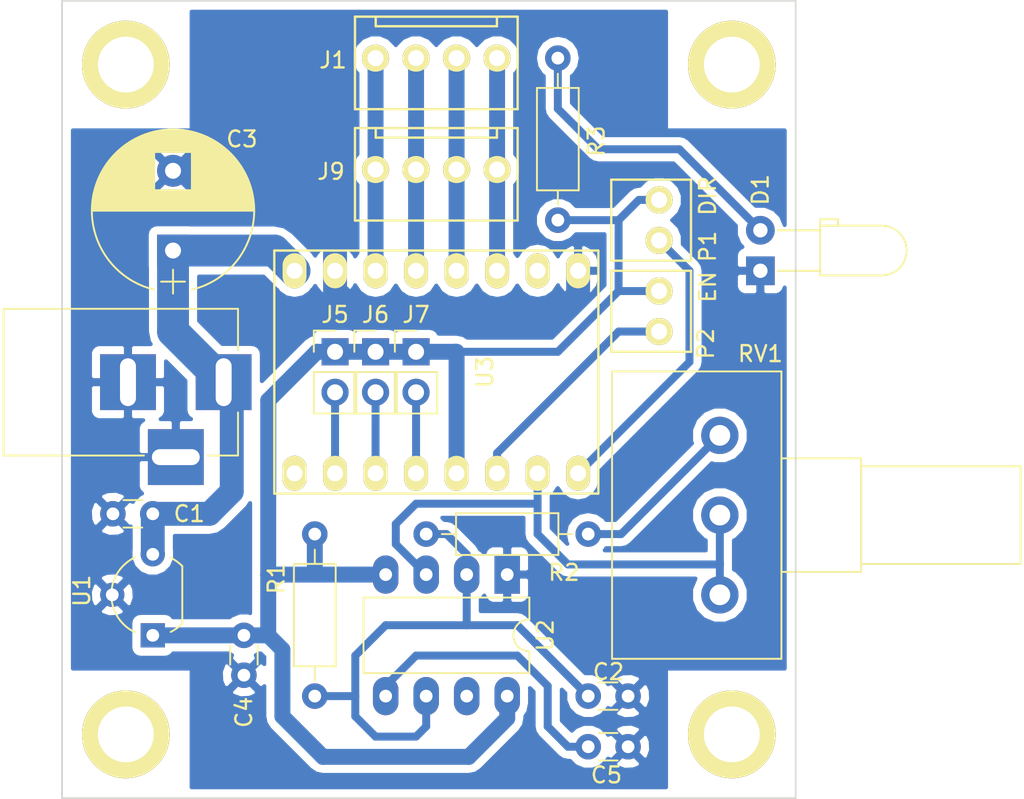
<source format=kicad_pcb>
(kicad_pcb (version 4) (host pcbnew 4.0.6)

  (general
    (links 49)
    (no_connects 0)
    (area 176.672001 54.2308 241.525001 108.050001)
    (thickness 1.6)
    (drawings 4)
    (tracks 102)
    (zones 0)
    (modules 25)
    (nets 21)
  )

  (page A4)
  (layers
    (0 F.Cu signal)
    (31 B.Cu signal)
    (32 B.Adhes user)
    (33 F.Adhes user)
    (34 B.Paste user)
    (35 F.Paste user)
    (36 B.SilkS user)
    (37 F.SilkS user)
    (38 B.Mask user)
    (39 F.Mask user)
    (40 Dwgs.User user)
    (41 Cmts.User user)
    (42 Eco1.User user)
    (43 Eco2.User user)
    (44 Edge.Cuts user)
    (45 Margin user)
    (46 B.CrtYd user)
    (47 F.CrtYd user)
    (48 B.Fab user)
    (49 F.Fab user)
  )

  (setup
    (last_trace_width 0.25)
    (user_trace_width 0.35)
    (user_trace_width 0.5)
    (user_trace_width 1)
    (user_trace_width 1.5)
    (user_trace_width 2)
    (trace_clearance 0.2)
    (zone_clearance 0.508)
    (zone_45_only no)
    (trace_min 0.2)
    (segment_width 0.2)
    (edge_width 0.1)
    (via_size 0.6)
    (via_drill 0.4)
    (via_min_size 0.4)
    (via_min_drill 0.3)
    (uvia_size 0.3)
    (uvia_drill 0.1)
    (uvias_allowed no)
    (uvia_min_size 0.2)
    (uvia_min_drill 0.1)
    (pcb_text_width 0.3)
    (pcb_text_size 1.5 1.5)
    (mod_edge_width 0.15)
    (mod_text_size 1 1)
    (mod_text_width 0.15)
    (pad_size 1.5 1.5)
    (pad_drill 0.6)
    (pad_to_mask_clearance 0)
    (aux_axis_origin 0 0)
    (visible_elements 7FFFFFFF)
    (pcbplotparams
      (layerselection 0x00030_80000001)
      (usegerberextensions false)
      (excludeedgelayer true)
      (linewidth 0.100000)
      (plotframeref false)
      (viasonmask false)
      (mode 1)
      (useauxorigin false)
      (hpglpennumber 1)
      (hpglpenspeed 20)
      (hpglpendiameter 15)
      (hpglpenoverlay 2)
      (psnegative false)
      (psa4output false)
      (plotreference true)
      (plotvalue true)
      (plotinvisibletext false)
      (padsonsilk false)
      (subtractmaskfromsilk false)
      (outputformat 1)
      (mirror false)
      (drillshape 1)
      (scaleselection 1)
      (outputdirectory ""))
  )

  (net 0 "")
  (net 1 +12V)
  (net 2 GND)
  (net 3 "Net-(C2-Pad1)")
  (net 4 +5V)
  (net 5 "Net-(C5-Pad1)")
  (net 6 "Net-(D1-Pad2)")
  (net 7 "Net-(J5-Pad2)")
  (net 8 "Net-(J6-Pad2)")
  (net 9 "Net-(J7-Pad2)")
  (net 10 DIR)
  (net 11 SLEEP)
  (net 12 "Net-(R2-Pad2)")
  (net 13 STEP)
  (net 14 "Net-(U2-Pad7)")
  (net 15 "Net-(U3-Pad1)")
  (net 16 "Net-(U3-Pad10)")
  (net 17 "Net-(J1-Pad2)")
  (net 18 "Net-(J1-Pad3)")
  (net 19 "Net-(J1-Pad4)")
  (net 20 "Net-(J1-Pad1)")

  (net_class Default "This is the default net class."
    (clearance 0.2)
    (trace_width 0.25)
    (via_dia 0.6)
    (via_drill 0.4)
    (uvia_dia 0.3)
    (uvia_drill 0.1)
    (add_net +12V)
    (add_net +5V)
    (add_net DIR)
    (add_net GND)
    (add_net "Net-(C2-Pad1)")
    (add_net "Net-(C5-Pad1)")
    (add_net "Net-(D1-Pad2)")
    (add_net "Net-(J1-Pad1)")
    (add_net "Net-(J1-Pad2)")
    (add_net "Net-(J1-Pad3)")
    (add_net "Net-(J1-Pad4)")
    (add_net "Net-(J5-Pad2)")
    (add_net "Net-(J6-Pad2)")
    (add_net "Net-(J7-Pad2)")
    (add_net "Net-(R2-Pad2)")
    (add_net "Net-(U2-Pad7)")
    (add_net "Net-(U3-Pad1)")
    (add_net "Net-(U3-Pad10)")
    (add_net SLEEP)
    (add_net STEP)
  )

  (module suf_connector_ncw:CONN_NCW254-02S (layer F.Cu) (tedit 5992753A) (tstamp 593E1277)
    (at 218.44 71.755 270)
    (path /592F2A5E)
    (fp_text reference P1 (at 1.651 -3.048 270) (layer F.SilkS)
      (effects (font (size 1 1) (thickness 0.15)))
    )
    (fp_text value DIR (at -1.524 -3.048 270) (layer F.SilkS)
      (effects (font (size 1 1) (thickness 0.15)))
    )
    (fp_line (start -2.54 -2) (end 2.54 -2) (layer F.SilkS) (width 0.15))
    (fp_line (start 2.54 -2) (end 2.54 3) (layer F.SilkS) (width 0.15))
    (fp_line (start 2.54 3) (end -2.54 3) (layer F.SilkS) (width 0.15))
    (fp_line (start -2.54 3) (end -2.54 -2) (layer F.SilkS) (width 0.15))
    (pad 1 thru_hole circle (at -1.27 0 270) (size 1.7 1.7) (drill 1) (layers *.Cu *.Mask F.SilkS)
      (net 4 +5V))
    (pad 2 thru_hole circle (at 1.27 0 270) (size 1.7 1.7) (drill 1) (layers *.Cu *.Mask F.SilkS)
      (net 10 DIR))
  )

  (module suf_connector_ncw:CONN_NCW254-02S (layer F.Cu) (tedit 5992749B) (tstamp 593E1284)
    (at 218.44 77.47 270)
    (path /592F2AD5)
    (fp_text reference P2 (at 2.032 -2.921 270) (layer F.SilkS)
      (effects (font (size 1 1) (thickness 0.15)))
    )
    (fp_text value EN (at -1.524 -3.048 270) (layer F.SilkS)
      (effects (font (size 1 1) (thickness 0.15)))
    )
    (fp_line (start -2.54 -2) (end 2.54 -2) (layer F.SilkS) (width 0.15))
    (fp_line (start 2.54 -2) (end 2.54 3) (layer F.SilkS) (width 0.15))
    (fp_line (start 2.54 3) (end -2.54 3) (layer F.SilkS) (width 0.15))
    (fp_line (start -2.54 3) (end -2.54 -2) (layer F.SilkS) (width 0.15))
    (pad 1 thru_hole circle (at -1.27 0 270) (size 1.7 1.7) (drill 1) (layers *.Cu *.Mask F.SilkS)
      (net 4 +5V))
    (pad 2 thru_hole circle (at 1.27 0 270) (size 1.7 1.7) (drill 1) (layers *.Cu *.Mask F.SilkS)
      (net 11 SLEEP))
  )

  (module suf_mounting:MNT_HOLE_3.5 (layer F.Cu) (tedit 4AAB215B) (tstamp 593F624A)
    (at 185 104)
    (fp_text reference MNT_HOLE_3.5 (at 0 -6.35) (layer F.SilkS) hide
      (effects (font (thickness 0.3048)))
    )
    (fp_text value Val** (at 0 0) (layer F.SilkS) hide
      (effects (font (thickness 0.3048)))
    )
    (pad "" thru_hole circle (at 0 0) (size 5.4991 5.4991) (drill 3.50012) (layers *.Cu *.Mask F.SilkS))
  )

  (module suf_mounting:MNT_HOLE_3.5 (layer F.Cu) (tedit 4AAB215B) (tstamp 593F6240)
    (at 223 104)
    (fp_text reference MNT_HOLE_3.5 (at 0 -6.35) (layer F.SilkS) hide
      (effects (font (thickness 0.3048)))
    )
    (fp_text value Val** (at 0 0) (layer F.SilkS) hide
      (effects (font (thickness 0.3048)))
    )
    (pad "" thru_hole circle (at 0 0) (size 5.4991 5.4991) (drill 3.50012) (layers *.Cu *.Mask F.SilkS))
  )

  (module suf_mounting:MNT_HOLE_3.5 (layer F.Cu) (tedit 4AAB215B) (tstamp 593F6237)
    (at 223 62)
    (fp_text reference MNT_HOLE_3.5 (at 0 -6.35) (layer F.SilkS) hide
      (effects (font (thickness 0.3048)))
    )
    (fp_text value Val** (at 0 0) (layer F.SilkS) hide
      (effects (font (thickness 0.3048)))
    )
    (pad "" thru_hole circle (at 0 0) (size 5.4991 5.4991) (drill 3.50012) (layers *.Cu *.Mask F.SilkS))
  )

  (module Capacitors_ThroughHole:C_Disc_D3.0mm_W1.6mm_P2.50mm (layer F.Cu) (tedit 599272B2) (tstamp 593E111E)
    (at 186.69 90.17 180)
    (descr "C, Disc series, Radial, pin pitch=2.50mm, , diameter*width=3.0*1.6mm^2, Capacitor, http://www.vishay.com/docs/45233/krseries.pdf")
    (tags "C Disc series Radial pin pitch 2.50mm  diameter 3.0mm width 1.6mm Capacitor")
    (path /522AA378)
    (fp_text reference C1 (at -2.286 0 180) (layer F.SilkS)
      (effects (font (size 1 1) (thickness 0.15)))
    )
    (fp_text value 1uF (at 1.25 1.86 180) (layer F.Fab) hide
      (effects (font (size 1 1) (thickness 0.15)))
    )
    (fp_text user %R (at 1.25 0 180) (layer F.Fab) hide
      (effects (font (size 0.7 0.7) (thickness 0.105)))
    )
    (fp_line (start -0.25 -0.8) (end -0.25 0.8) (layer F.Fab) (width 0.1))
    (fp_line (start -0.25 0.8) (end 2.75 0.8) (layer F.Fab) (width 0.1))
    (fp_line (start 2.75 0.8) (end 2.75 -0.8) (layer F.Fab) (width 0.1))
    (fp_line (start 2.75 -0.8) (end -0.25 -0.8) (layer F.Fab) (width 0.1))
    (fp_line (start 0.663 -0.861) (end 1.837 -0.861) (layer F.SilkS) (width 0.12))
    (fp_line (start 0.663 0.861) (end 1.837 0.861) (layer F.SilkS) (width 0.12))
    (fp_line (start -1.05 -1.15) (end -1.05 1.15) (layer F.CrtYd) (width 0.05))
    (fp_line (start -1.05 1.15) (end 3.55 1.15) (layer F.CrtYd) (width 0.05))
    (fp_line (start 3.55 1.15) (end 3.55 -1.15) (layer F.CrtYd) (width 0.05))
    (fp_line (start 3.55 -1.15) (end -1.05 -1.15) (layer F.CrtYd) (width 0.05))
    (pad 1 thru_hole circle (at 0 0 180) (size 1.6 1.6) (drill 0.8) (layers *.Cu *.Mask)
      (net 1 +12V))
    (pad 2 thru_hole circle (at 2.5 0 180) (size 1.6 1.6) (drill 0.8) (layers *.Cu *.Mask)
      (net 2 GND))
    (model ${KISYS3DMOD}/Capacitors_THT.3dshapes/C_Disc_D3.0mm_W1.6mm_P2.50mm.wrl
      (at (xyz 0 0 0))
      (scale (xyz 0.393701 0.393701 0.393701))
      (rotate (xyz 0 0 0))
    )
  )

  (module Capacitors_ThroughHole:C_Disc_D3.0mm_W1.6mm_P2.50mm (layer F.Cu) (tedit 599271E7) (tstamp 593E112F)
    (at 213.995 101.6)
    (descr "C, Disc series, Radial, pin pitch=2.50mm, , diameter*width=3.0*1.6mm^2, Capacitor, http://www.vishay.com/docs/45233/krseries.pdf")
    (tags "C Disc series Radial pin pitch 2.50mm  diameter 3.0mm width 1.6mm Capacitor")
    (path /592FA018)
    (fp_text reference C2 (at 1.27 -1.524) (layer F.SilkS)
      (effects (font (size 1 1) (thickness 0.15)))
    )
    (fp_text value 15nF (at -3.048 0.127) (layer F.Fab) hide
      (effects (font (size 1 1) (thickness 0.15)))
    )
    (fp_text user %R (at 1.25 0) (layer F.Fab) hide
      (effects (font (size 0.7 0.7) (thickness 0.105)))
    )
    (fp_line (start -0.25 -0.8) (end -0.25 0.8) (layer F.Fab) (width 0.1))
    (fp_line (start -0.25 0.8) (end 2.75 0.8) (layer F.Fab) (width 0.1))
    (fp_line (start 2.75 0.8) (end 2.75 -0.8) (layer F.Fab) (width 0.1))
    (fp_line (start 2.75 -0.8) (end -0.25 -0.8) (layer F.Fab) (width 0.1))
    (fp_line (start 0.663 -0.861) (end 1.837 -0.861) (layer F.SilkS) (width 0.12))
    (fp_line (start 0.663 0.861) (end 1.837 0.861) (layer F.SilkS) (width 0.12))
    (fp_line (start -1.05 -1.15) (end -1.05 1.15) (layer F.CrtYd) (width 0.05))
    (fp_line (start -1.05 1.15) (end 3.55 1.15) (layer F.CrtYd) (width 0.05))
    (fp_line (start 3.55 1.15) (end 3.55 -1.15) (layer F.CrtYd) (width 0.05))
    (fp_line (start 3.55 -1.15) (end -1.05 -1.15) (layer F.CrtYd) (width 0.05))
    (pad 1 thru_hole circle (at 0 0) (size 1.6 1.6) (drill 0.8) (layers *.Cu *.Mask)
      (net 3 "Net-(C2-Pad1)"))
    (pad 2 thru_hole circle (at 2.5 0) (size 1.6 1.6) (drill 0.8) (layers *.Cu *.Mask)
      (net 2 GND))
    (model ${KISYS3DMOD}/Capacitors_THT.3dshapes/C_Disc_D3.0mm_W1.6mm_P2.50mm.wrl
      (at (xyz 0 0 0))
      (scale (xyz 0.393701 0.393701 0.393701))
      (rotate (xyz 0 0 0))
    )
  )

  (module Capacitors_ThroughHole:CP_Radial_D10.0mm_P5.00mm (layer F.Cu) (tedit 599272EC) (tstamp 593E11FD)
    (at 187.96 73.66 90)
    (descr "CP, Radial series, Radial, pin pitch=5.00mm, , diameter=10mm, Electrolytic Capacitor")
    (tags "CP Radial series Radial pin pitch 5.00mm  diameter 10mm Electrolytic Capacitor")
    (path /55CA3CDD)
    (fp_text reference C3 (at 6.985 4.318 180) (layer F.SilkS)
      (effects (font (size 1 1) (thickness 0.15)))
    )
    (fp_text value 100uF/25V (at 2.5 6.06 90) (layer F.Fab) hide
      (effects (font (size 1 1) (thickness 0.15)))
    )
    (fp_text user %R (at 2.4 0 90) (layer F.Fab) hide
      (effects (font (size 1 1) (thickness 0.15)))
    )
    (fp_line (start -2.7 0) (end -1.2 0) (layer F.Fab) (width 0.1))
    (fp_line (start -1.95 -0.75) (end -1.95 0.75) (layer F.Fab) (width 0.1))
    (fp_line (start 2.5 -5.05) (end 2.5 5.05) (layer F.SilkS) (width 0.12))
    (fp_line (start 2.54 -5.05) (end 2.54 5.05) (layer F.SilkS) (width 0.12))
    (fp_line (start 2.58 -5.05) (end 2.58 5.05) (layer F.SilkS) (width 0.12))
    (fp_line (start 2.62 -5.049) (end 2.62 5.049) (layer F.SilkS) (width 0.12))
    (fp_line (start 2.66 -5.048) (end 2.66 5.048) (layer F.SilkS) (width 0.12))
    (fp_line (start 2.7 -5.047) (end 2.7 5.047) (layer F.SilkS) (width 0.12))
    (fp_line (start 2.74 -5.045) (end 2.74 5.045) (layer F.SilkS) (width 0.12))
    (fp_line (start 2.78 -5.043) (end 2.78 5.043) (layer F.SilkS) (width 0.12))
    (fp_line (start 2.82 -5.04) (end 2.82 5.04) (layer F.SilkS) (width 0.12))
    (fp_line (start 2.86 -5.038) (end 2.86 5.038) (layer F.SilkS) (width 0.12))
    (fp_line (start 2.9 -5.035) (end 2.9 5.035) (layer F.SilkS) (width 0.12))
    (fp_line (start 2.94 -5.031) (end 2.94 5.031) (layer F.SilkS) (width 0.12))
    (fp_line (start 2.98 -5.028) (end 2.98 5.028) (layer F.SilkS) (width 0.12))
    (fp_line (start 3.02 -5.024) (end 3.02 5.024) (layer F.SilkS) (width 0.12))
    (fp_line (start 3.06 -5.02) (end 3.06 5.02) (layer F.SilkS) (width 0.12))
    (fp_line (start 3.1 -5.015) (end 3.1 5.015) (layer F.SilkS) (width 0.12))
    (fp_line (start 3.14 -5.01) (end 3.14 5.01) (layer F.SilkS) (width 0.12))
    (fp_line (start 3.18 -5.005) (end 3.18 5.005) (layer F.SilkS) (width 0.12))
    (fp_line (start 3.221 -4.999) (end 3.221 4.999) (layer F.SilkS) (width 0.12))
    (fp_line (start 3.261 -4.993) (end 3.261 4.993) (layer F.SilkS) (width 0.12))
    (fp_line (start 3.301 -4.987) (end 3.301 4.987) (layer F.SilkS) (width 0.12))
    (fp_line (start 3.341 -4.981) (end 3.341 4.981) (layer F.SilkS) (width 0.12))
    (fp_line (start 3.381 -4.974) (end 3.381 4.974) (layer F.SilkS) (width 0.12))
    (fp_line (start 3.421 -4.967) (end 3.421 4.967) (layer F.SilkS) (width 0.12))
    (fp_line (start 3.461 -4.959) (end 3.461 4.959) (layer F.SilkS) (width 0.12))
    (fp_line (start 3.501 -4.951) (end 3.501 4.951) (layer F.SilkS) (width 0.12))
    (fp_line (start 3.541 -4.943) (end 3.541 4.943) (layer F.SilkS) (width 0.12))
    (fp_line (start 3.581 -4.935) (end 3.581 4.935) (layer F.SilkS) (width 0.12))
    (fp_line (start 3.621 -4.926) (end 3.621 4.926) (layer F.SilkS) (width 0.12))
    (fp_line (start 3.661 -4.917) (end 3.661 4.917) (layer F.SilkS) (width 0.12))
    (fp_line (start 3.701 -4.907) (end 3.701 4.907) (layer F.SilkS) (width 0.12))
    (fp_line (start 3.741 -4.897) (end 3.741 4.897) (layer F.SilkS) (width 0.12))
    (fp_line (start 3.781 -4.887) (end 3.781 4.887) (layer F.SilkS) (width 0.12))
    (fp_line (start 3.821 -4.876) (end 3.821 -1.181) (layer F.SilkS) (width 0.12))
    (fp_line (start 3.821 1.181) (end 3.821 4.876) (layer F.SilkS) (width 0.12))
    (fp_line (start 3.861 -4.865) (end 3.861 -1.181) (layer F.SilkS) (width 0.12))
    (fp_line (start 3.861 1.181) (end 3.861 4.865) (layer F.SilkS) (width 0.12))
    (fp_line (start 3.901 -4.854) (end 3.901 -1.181) (layer F.SilkS) (width 0.12))
    (fp_line (start 3.901 1.181) (end 3.901 4.854) (layer F.SilkS) (width 0.12))
    (fp_line (start 3.941 -4.843) (end 3.941 -1.181) (layer F.SilkS) (width 0.12))
    (fp_line (start 3.941 1.181) (end 3.941 4.843) (layer F.SilkS) (width 0.12))
    (fp_line (start 3.981 -4.831) (end 3.981 -1.181) (layer F.SilkS) (width 0.12))
    (fp_line (start 3.981 1.181) (end 3.981 4.831) (layer F.SilkS) (width 0.12))
    (fp_line (start 4.021 -4.818) (end 4.021 -1.181) (layer F.SilkS) (width 0.12))
    (fp_line (start 4.021 1.181) (end 4.021 4.818) (layer F.SilkS) (width 0.12))
    (fp_line (start 4.061 -4.806) (end 4.061 -1.181) (layer F.SilkS) (width 0.12))
    (fp_line (start 4.061 1.181) (end 4.061 4.806) (layer F.SilkS) (width 0.12))
    (fp_line (start 4.101 -4.792) (end 4.101 -1.181) (layer F.SilkS) (width 0.12))
    (fp_line (start 4.101 1.181) (end 4.101 4.792) (layer F.SilkS) (width 0.12))
    (fp_line (start 4.141 -4.779) (end 4.141 -1.181) (layer F.SilkS) (width 0.12))
    (fp_line (start 4.141 1.181) (end 4.141 4.779) (layer F.SilkS) (width 0.12))
    (fp_line (start 4.181 -4.765) (end 4.181 -1.181) (layer F.SilkS) (width 0.12))
    (fp_line (start 4.181 1.181) (end 4.181 4.765) (layer F.SilkS) (width 0.12))
    (fp_line (start 4.221 -4.751) (end 4.221 -1.181) (layer F.SilkS) (width 0.12))
    (fp_line (start 4.221 1.181) (end 4.221 4.751) (layer F.SilkS) (width 0.12))
    (fp_line (start 4.261 -4.737) (end 4.261 -1.181) (layer F.SilkS) (width 0.12))
    (fp_line (start 4.261 1.181) (end 4.261 4.737) (layer F.SilkS) (width 0.12))
    (fp_line (start 4.301 -4.722) (end 4.301 -1.181) (layer F.SilkS) (width 0.12))
    (fp_line (start 4.301 1.181) (end 4.301 4.722) (layer F.SilkS) (width 0.12))
    (fp_line (start 4.341 -4.706) (end 4.341 -1.181) (layer F.SilkS) (width 0.12))
    (fp_line (start 4.341 1.181) (end 4.341 4.706) (layer F.SilkS) (width 0.12))
    (fp_line (start 4.381 -4.691) (end 4.381 -1.181) (layer F.SilkS) (width 0.12))
    (fp_line (start 4.381 1.181) (end 4.381 4.691) (layer F.SilkS) (width 0.12))
    (fp_line (start 4.421 -4.674) (end 4.421 -1.181) (layer F.SilkS) (width 0.12))
    (fp_line (start 4.421 1.181) (end 4.421 4.674) (layer F.SilkS) (width 0.12))
    (fp_line (start 4.461 -4.658) (end 4.461 -1.181) (layer F.SilkS) (width 0.12))
    (fp_line (start 4.461 1.181) (end 4.461 4.658) (layer F.SilkS) (width 0.12))
    (fp_line (start 4.501 -4.641) (end 4.501 -1.181) (layer F.SilkS) (width 0.12))
    (fp_line (start 4.501 1.181) (end 4.501 4.641) (layer F.SilkS) (width 0.12))
    (fp_line (start 4.541 -4.624) (end 4.541 -1.181) (layer F.SilkS) (width 0.12))
    (fp_line (start 4.541 1.181) (end 4.541 4.624) (layer F.SilkS) (width 0.12))
    (fp_line (start 4.581 -4.606) (end 4.581 -1.181) (layer F.SilkS) (width 0.12))
    (fp_line (start 4.581 1.181) (end 4.581 4.606) (layer F.SilkS) (width 0.12))
    (fp_line (start 4.621 -4.588) (end 4.621 -1.181) (layer F.SilkS) (width 0.12))
    (fp_line (start 4.621 1.181) (end 4.621 4.588) (layer F.SilkS) (width 0.12))
    (fp_line (start 4.661 -4.569) (end 4.661 -1.181) (layer F.SilkS) (width 0.12))
    (fp_line (start 4.661 1.181) (end 4.661 4.569) (layer F.SilkS) (width 0.12))
    (fp_line (start 4.701 -4.55) (end 4.701 -1.181) (layer F.SilkS) (width 0.12))
    (fp_line (start 4.701 1.181) (end 4.701 4.55) (layer F.SilkS) (width 0.12))
    (fp_line (start 4.741 -4.531) (end 4.741 -1.181) (layer F.SilkS) (width 0.12))
    (fp_line (start 4.741 1.181) (end 4.741 4.531) (layer F.SilkS) (width 0.12))
    (fp_line (start 4.781 -4.511) (end 4.781 -1.181) (layer F.SilkS) (width 0.12))
    (fp_line (start 4.781 1.181) (end 4.781 4.511) (layer F.SilkS) (width 0.12))
    (fp_line (start 4.821 -4.491) (end 4.821 -1.181) (layer F.SilkS) (width 0.12))
    (fp_line (start 4.821 1.181) (end 4.821 4.491) (layer F.SilkS) (width 0.12))
    (fp_line (start 4.861 -4.47) (end 4.861 -1.181) (layer F.SilkS) (width 0.12))
    (fp_line (start 4.861 1.181) (end 4.861 4.47) (layer F.SilkS) (width 0.12))
    (fp_line (start 4.901 -4.449) (end 4.901 -1.181) (layer F.SilkS) (width 0.12))
    (fp_line (start 4.901 1.181) (end 4.901 4.449) (layer F.SilkS) (width 0.12))
    (fp_line (start 4.941 -4.428) (end 4.941 -1.181) (layer F.SilkS) (width 0.12))
    (fp_line (start 4.941 1.181) (end 4.941 4.428) (layer F.SilkS) (width 0.12))
    (fp_line (start 4.981 -4.405) (end 4.981 -1.181) (layer F.SilkS) (width 0.12))
    (fp_line (start 4.981 1.181) (end 4.981 4.405) (layer F.SilkS) (width 0.12))
    (fp_line (start 5.021 -4.383) (end 5.021 -1.181) (layer F.SilkS) (width 0.12))
    (fp_line (start 5.021 1.181) (end 5.021 4.383) (layer F.SilkS) (width 0.12))
    (fp_line (start 5.061 -4.36) (end 5.061 -1.181) (layer F.SilkS) (width 0.12))
    (fp_line (start 5.061 1.181) (end 5.061 4.36) (layer F.SilkS) (width 0.12))
    (fp_line (start 5.101 -4.336) (end 5.101 -1.181) (layer F.SilkS) (width 0.12))
    (fp_line (start 5.101 1.181) (end 5.101 4.336) (layer F.SilkS) (width 0.12))
    (fp_line (start 5.141 -4.312) (end 5.141 -1.181) (layer F.SilkS) (width 0.12))
    (fp_line (start 5.141 1.181) (end 5.141 4.312) (layer F.SilkS) (width 0.12))
    (fp_line (start 5.181 -4.288) (end 5.181 -1.181) (layer F.SilkS) (width 0.12))
    (fp_line (start 5.181 1.181) (end 5.181 4.288) (layer F.SilkS) (width 0.12))
    (fp_line (start 5.221 -4.263) (end 5.221 -1.181) (layer F.SilkS) (width 0.12))
    (fp_line (start 5.221 1.181) (end 5.221 4.263) (layer F.SilkS) (width 0.12))
    (fp_line (start 5.261 -4.237) (end 5.261 -1.181) (layer F.SilkS) (width 0.12))
    (fp_line (start 5.261 1.181) (end 5.261 4.237) (layer F.SilkS) (width 0.12))
    (fp_line (start 5.301 -4.211) (end 5.301 -1.181) (layer F.SilkS) (width 0.12))
    (fp_line (start 5.301 1.181) (end 5.301 4.211) (layer F.SilkS) (width 0.12))
    (fp_line (start 5.341 -4.185) (end 5.341 -1.181) (layer F.SilkS) (width 0.12))
    (fp_line (start 5.341 1.181) (end 5.341 4.185) (layer F.SilkS) (width 0.12))
    (fp_line (start 5.381 -4.157) (end 5.381 -1.181) (layer F.SilkS) (width 0.12))
    (fp_line (start 5.381 1.181) (end 5.381 4.157) (layer F.SilkS) (width 0.12))
    (fp_line (start 5.421 -4.13) (end 5.421 -1.181) (layer F.SilkS) (width 0.12))
    (fp_line (start 5.421 1.181) (end 5.421 4.13) (layer F.SilkS) (width 0.12))
    (fp_line (start 5.461 -4.101) (end 5.461 -1.181) (layer F.SilkS) (width 0.12))
    (fp_line (start 5.461 1.181) (end 5.461 4.101) (layer F.SilkS) (width 0.12))
    (fp_line (start 5.501 -4.072) (end 5.501 -1.181) (layer F.SilkS) (width 0.12))
    (fp_line (start 5.501 1.181) (end 5.501 4.072) (layer F.SilkS) (width 0.12))
    (fp_line (start 5.541 -4.043) (end 5.541 -1.181) (layer F.SilkS) (width 0.12))
    (fp_line (start 5.541 1.181) (end 5.541 4.043) (layer F.SilkS) (width 0.12))
    (fp_line (start 5.581 -4.013) (end 5.581 -1.181) (layer F.SilkS) (width 0.12))
    (fp_line (start 5.581 1.181) (end 5.581 4.013) (layer F.SilkS) (width 0.12))
    (fp_line (start 5.621 -3.982) (end 5.621 -1.181) (layer F.SilkS) (width 0.12))
    (fp_line (start 5.621 1.181) (end 5.621 3.982) (layer F.SilkS) (width 0.12))
    (fp_line (start 5.661 -3.951) (end 5.661 -1.181) (layer F.SilkS) (width 0.12))
    (fp_line (start 5.661 1.181) (end 5.661 3.951) (layer F.SilkS) (width 0.12))
    (fp_line (start 5.701 -3.919) (end 5.701 -1.181) (layer F.SilkS) (width 0.12))
    (fp_line (start 5.701 1.181) (end 5.701 3.919) (layer F.SilkS) (width 0.12))
    (fp_line (start 5.741 -3.886) (end 5.741 -1.181) (layer F.SilkS) (width 0.12))
    (fp_line (start 5.741 1.181) (end 5.741 3.886) (layer F.SilkS) (width 0.12))
    (fp_line (start 5.781 -3.853) (end 5.781 -1.181) (layer F.SilkS) (width 0.12))
    (fp_line (start 5.781 1.181) (end 5.781 3.853) (layer F.SilkS) (width 0.12))
    (fp_line (start 5.821 -3.819) (end 5.821 -1.181) (layer F.SilkS) (width 0.12))
    (fp_line (start 5.821 1.181) (end 5.821 3.819) (layer F.SilkS) (width 0.12))
    (fp_line (start 5.861 -3.784) (end 5.861 -1.181) (layer F.SilkS) (width 0.12))
    (fp_line (start 5.861 1.181) (end 5.861 3.784) (layer F.SilkS) (width 0.12))
    (fp_line (start 5.901 -3.748) (end 5.901 -1.181) (layer F.SilkS) (width 0.12))
    (fp_line (start 5.901 1.181) (end 5.901 3.748) (layer F.SilkS) (width 0.12))
    (fp_line (start 5.941 -3.712) (end 5.941 -1.181) (layer F.SilkS) (width 0.12))
    (fp_line (start 5.941 1.181) (end 5.941 3.712) (layer F.SilkS) (width 0.12))
    (fp_line (start 5.981 -3.675) (end 5.981 -1.181) (layer F.SilkS) (width 0.12))
    (fp_line (start 5.981 1.181) (end 5.981 3.675) (layer F.SilkS) (width 0.12))
    (fp_line (start 6.021 -3.637) (end 6.021 -1.181) (layer F.SilkS) (width 0.12))
    (fp_line (start 6.021 1.181) (end 6.021 3.637) (layer F.SilkS) (width 0.12))
    (fp_line (start 6.061 -3.598) (end 6.061 -1.181) (layer F.SilkS) (width 0.12))
    (fp_line (start 6.061 1.181) (end 6.061 3.598) (layer F.SilkS) (width 0.12))
    (fp_line (start 6.101 -3.559) (end 6.101 -1.181) (layer F.SilkS) (width 0.12))
    (fp_line (start 6.101 1.181) (end 6.101 3.559) (layer F.SilkS) (width 0.12))
    (fp_line (start 6.141 -3.518) (end 6.141 -1.181) (layer F.SilkS) (width 0.12))
    (fp_line (start 6.141 1.181) (end 6.141 3.518) (layer F.SilkS) (width 0.12))
    (fp_line (start 6.181 -3.477) (end 6.181 3.477) (layer F.SilkS) (width 0.12))
    (fp_line (start 6.221 -3.435) (end 6.221 3.435) (layer F.SilkS) (width 0.12))
    (fp_line (start 6.261 -3.391) (end 6.261 3.391) (layer F.SilkS) (width 0.12))
    (fp_line (start 6.301 -3.347) (end 6.301 3.347) (layer F.SilkS) (width 0.12))
    (fp_line (start 6.341 -3.302) (end 6.341 3.302) (layer F.SilkS) (width 0.12))
    (fp_line (start 6.381 -3.255) (end 6.381 3.255) (layer F.SilkS) (width 0.12))
    (fp_line (start 6.421 -3.207) (end 6.421 3.207) (layer F.SilkS) (width 0.12))
    (fp_line (start 6.461 -3.158) (end 6.461 3.158) (layer F.SilkS) (width 0.12))
    (fp_line (start 6.501 -3.108) (end 6.501 3.108) (layer F.SilkS) (width 0.12))
    (fp_line (start 6.541 -3.057) (end 6.541 3.057) (layer F.SilkS) (width 0.12))
    (fp_line (start 6.581 -3.004) (end 6.581 3.004) (layer F.SilkS) (width 0.12))
    (fp_line (start 6.621 -2.949) (end 6.621 2.949) (layer F.SilkS) (width 0.12))
    (fp_line (start 6.661 -2.894) (end 6.661 2.894) (layer F.SilkS) (width 0.12))
    (fp_line (start 6.701 -2.836) (end 6.701 2.836) (layer F.SilkS) (width 0.12))
    (fp_line (start 6.741 -2.777) (end 6.741 2.777) (layer F.SilkS) (width 0.12))
    (fp_line (start 6.781 -2.715) (end 6.781 2.715) (layer F.SilkS) (width 0.12))
    (fp_line (start 6.821 -2.652) (end 6.821 2.652) (layer F.SilkS) (width 0.12))
    (fp_line (start 6.861 -2.587) (end 6.861 2.587) (layer F.SilkS) (width 0.12))
    (fp_line (start 6.901 -2.519) (end 6.901 2.519) (layer F.SilkS) (width 0.12))
    (fp_line (start 6.941 -2.449) (end 6.941 2.449) (layer F.SilkS) (width 0.12))
    (fp_line (start 6.981 -2.377) (end 6.981 2.377) (layer F.SilkS) (width 0.12))
    (fp_line (start 7.021 -2.301) (end 7.021 2.301) (layer F.SilkS) (width 0.12))
    (fp_line (start 7.061 -2.222) (end 7.061 2.222) (layer F.SilkS) (width 0.12))
    (fp_line (start 7.101 -2.14) (end 7.101 2.14) (layer F.SilkS) (width 0.12))
    (fp_line (start 7.141 -2.053) (end 7.141 2.053) (layer F.SilkS) (width 0.12))
    (fp_line (start 7.181 -1.962) (end 7.181 1.962) (layer F.SilkS) (width 0.12))
    (fp_line (start 7.221 -1.866) (end 7.221 1.866) (layer F.SilkS) (width 0.12))
    (fp_line (start 7.261 -1.763) (end 7.261 1.763) (layer F.SilkS) (width 0.12))
    (fp_line (start 7.301 -1.654) (end 7.301 1.654) (layer F.SilkS) (width 0.12))
    (fp_line (start 7.341 -1.536) (end 7.341 1.536) (layer F.SilkS) (width 0.12))
    (fp_line (start 7.381 -1.407) (end 7.381 1.407) (layer F.SilkS) (width 0.12))
    (fp_line (start 7.421 -1.265) (end 7.421 1.265) (layer F.SilkS) (width 0.12))
    (fp_line (start 7.461 -1.104) (end 7.461 1.104) (layer F.SilkS) (width 0.12))
    (fp_line (start 7.501 -0.913) (end 7.501 0.913) (layer F.SilkS) (width 0.12))
    (fp_line (start 7.541 -0.672) (end 7.541 0.672) (layer F.SilkS) (width 0.12))
    (fp_line (start 7.581 -0.279) (end 7.581 0.279) (layer F.SilkS) (width 0.12))
    (fp_line (start -2.7 0) (end -1.2 0) (layer F.SilkS) (width 0.12))
    (fp_line (start -1.95 -0.75) (end -1.95 0.75) (layer F.SilkS) (width 0.12))
    (fp_line (start -2.85 -5.35) (end -2.85 5.35) (layer F.CrtYd) (width 0.05))
    (fp_line (start -2.85 5.35) (end 7.85 5.35) (layer F.CrtYd) (width 0.05))
    (fp_line (start 7.85 5.35) (end 7.85 -5.35) (layer F.CrtYd) (width 0.05))
    (fp_line (start 7.85 -5.35) (end -2.85 -5.35) (layer F.CrtYd) (width 0.05))
    (fp_circle (center 2.5 0) (end 7.5 0) (layer F.Fab) (width 0.1))
    (fp_arc (start 2.5 0) (end -2.451333 -1.18) (angle 153.2) (layer F.SilkS) (width 0.12))
    (fp_arc (start 2.5 0) (end -2.451333 1.18) (angle -153.2) (layer F.SilkS) (width 0.12))
    (fp_arc (start 2.5 0) (end 7.451333 -1.18) (angle 26.8) (layer F.SilkS) (width 0.12))
    (pad 1 thru_hole rect (at 0 0 90) (size 2 2) (drill 1) (layers *.Cu *.Mask)
      (net 1 +12V))
    (pad 2 thru_hole circle (at 5 0 90) (size 2 2) (drill 1) (layers *.Cu *.Mask)
      (net 2 GND))
    (model ${KISYS3DMOD}/Capacitors_THT.3dshapes/CP_Radial_D10.0mm_P5.00mm.wrl
      (at (xyz 0 0 0))
      (scale (xyz 1 1 1))
      (rotate (xyz 0 0 0))
    )
  )

  (module Capacitors_ThroughHole:C_Disc_D3.0mm_W1.6mm_P2.50mm (layer F.Cu) (tedit 59927352) (tstamp 593E120E)
    (at 192.405 97.79 270)
    (descr "C, Disc series, Radial, pin pitch=2.50mm, , diameter*width=3.0*1.6mm^2, Capacitor, http://www.vishay.com/docs/45233/krseries.pdf")
    (tags "C Disc series Radial pin pitch 2.50mm  diameter 3.0mm width 1.6mm Capacitor")
    (path /522AAC76)
    (fp_text reference C4 (at 4.826 0 270) (layer F.SilkS)
      (effects (font (size 1 1) (thickness 0.15)))
    )
    (fp_text value 100nF (at 1.25 1.86 270) (layer F.Fab) hide
      (effects (font (size 1 1) (thickness 0.15)))
    )
    (fp_text user %R (at 1.25 0 270) (layer F.Fab) hide
      (effects (font (size 0.7 0.7) (thickness 0.105)))
    )
    (fp_line (start -0.25 -0.8) (end -0.25 0.8) (layer F.Fab) (width 0.1))
    (fp_line (start -0.25 0.8) (end 2.75 0.8) (layer F.Fab) (width 0.1))
    (fp_line (start 2.75 0.8) (end 2.75 -0.8) (layer F.Fab) (width 0.1))
    (fp_line (start 2.75 -0.8) (end -0.25 -0.8) (layer F.Fab) (width 0.1))
    (fp_line (start 0.663 -0.861) (end 1.837 -0.861) (layer F.SilkS) (width 0.12))
    (fp_line (start 0.663 0.861) (end 1.837 0.861) (layer F.SilkS) (width 0.12))
    (fp_line (start -1.05 -1.15) (end -1.05 1.15) (layer F.CrtYd) (width 0.05))
    (fp_line (start -1.05 1.15) (end 3.55 1.15) (layer F.CrtYd) (width 0.05))
    (fp_line (start 3.55 1.15) (end 3.55 -1.15) (layer F.CrtYd) (width 0.05))
    (fp_line (start 3.55 -1.15) (end -1.05 -1.15) (layer F.CrtYd) (width 0.05))
    (pad 1 thru_hole circle (at 0 0 270) (size 1.6 1.6) (drill 0.8) (layers *.Cu *.Mask)
      (net 4 +5V))
    (pad 2 thru_hole circle (at 2.5 0 270) (size 1.6 1.6) (drill 0.8) (layers *.Cu *.Mask)
      (net 2 GND))
    (model ${KISYS3DMOD}/Capacitors_THT.3dshapes/C_Disc_D3.0mm_W1.6mm_P2.50mm.wrl
      (at (xyz 0 0 0))
      (scale (xyz 0.393701 0.393701 0.393701))
      (rotate (xyz 0 0 0))
    )
  )

  (module Capacitors_ThroughHole:C_Disc_D3.0mm_W1.6mm_P2.50mm (layer F.Cu) (tedit 599271EF) (tstamp 593E121F)
    (at 213.995 104.775)
    (descr "C, Disc series, Radial, pin pitch=2.50mm, , diameter*width=3.0*1.6mm^2, Capacitor, http://www.vishay.com/docs/45233/krseries.pdf")
    (tags "C Disc series Radial pin pitch 2.50mm  diameter 3.0mm width 1.6mm Capacitor")
    (path /592F9FB9)
    (fp_text reference C5 (at 1.143 1.778) (layer F.SilkS)
      (effects (font (size 1 1) (thickness 0.15)))
    )
    (fp_text value 10nF (at -3.683 0.127) (layer F.Fab) hide
      (effects (font (size 1 1) (thickness 0.15)))
    )
    (fp_text user %R (at 1.25 0) (layer F.Fab) hide
      (effects (font (size 0.7 0.7) (thickness 0.105)))
    )
    (fp_line (start -0.25 -0.8) (end -0.25 0.8) (layer F.Fab) (width 0.1))
    (fp_line (start -0.25 0.8) (end 2.75 0.8) (layer F.Fab) (width 0.1))
    (fp_line (start 2.75 0.8) (end 2.75 -0.8) (layer F.Fab) (width 0.1))
    (fp_line (start 2.75 -0.8) (end -0.25 -0.8) (layer F.Fab) (width 0.1))
    (fp_line (start 0.663 -0.861) (end 1.837 -0.861) (layer F.SilkS) (width 0.12))
    (fp_line (start 0.663 0.861) (end 1.837 0.861) (layer F.SilkS) (width 0.12))
    (fp_line (start -1.05 -1.15) (end -1.05 1.15) (layer F.CrtYd) (width 0.05))
    (fp_line (start -1.05 1.15) (end 3.55 1.15) (layer F.CrtYd) (width 0.05))
    (fp_line (start 3.55 1.15) (end 3.55 -1.15) (layer F.CrtYd) (width 0.05))
    (fp_line (start 3.55 -1.15) (end -1.05 -1.15) (layer F.CrtYd) (width 0.05))
    (pad 1 thru_hole circle (at 0 0) (size 1.6 1.6) (drill 0.8) (layers *.Cu *.Mask)
      (net 5 "Net-(C5-Pad1)"))
    (pad 2 thru_hole circle (at 2.5 0) (size 1.6 1.6) (drill 0.8) (layers *.Cu *.Mask)
      (net 2 GND))
    (model ${KISYS3DMOD}/Capacitors_THT.3dshapes/C_Disc_D3.0mm_W1.6mm_P2.50mm.wrl
      (at (xyz 0 0 0))
      (scale (xyz 0.393701 0.393701 0.393701))
      (rotate (xyz 0 0 0))
    )
  )

  (module LEDs:LED_D3.0mm_Horizontal_O3.81mm_Z10.0mm (layer F.Cu) (tedit 5992715A) (tstamp 593E1249)
    (at 224.79 74.93 90)
    (descr "LED, diameter 3.0mm z-position of LED center 2.0mm, 2 pins, diameter 3.0mm z-position of LED center 2.0mm, 2 pins, diameter 3.0mm z-position of LED center 2.0mm, 2 pins, diameter 3.0mm z-position of LED center 6.0mm, 2 pins, diameter 3.0mm z-position of LED center 6.0mm, 2 pins, diameter 3.0mm z-position of LED center 6.0mm, 2 pins, diameter 3.0mm z-position of LED center 10.0mm, 2 pins, diameter 3.0mm z-position of LED center 10.0mm, 2 pins")
    (tags "LED diameter 3.0mm z-position of LED center 2.0mm 2 pins diameter 3.0mm z-position of LED center 2.0mm 2 pins diameter 3.0mm z-position of LED center 2.0mm 2 pins diameter 3.0mm z-position of LED center 6.0mm 2 pins diameter 3.0mm z-position of LED center 6.0mm 2 pins diameter 3.0mm z-position of LED center 6.0mm 2 pins diameter 3.0mm z-position of LED center 10.0mm 2 pins diameter 3.0mm z-position of LED center 10.0mm 2 pins")
    (path /5930ED14)
    (fp_text reference D1 (at 5.08 0 90) (layer F.SilkS)
      (effects (font (size 1 1) (thickness 0.15)))
    )
    (fp_text value Led_Small (at 1.27 10.17 90) (layer F.Fab) hide
      (effects (font (size 1 1) (thickness 0.15)))
    )
    (fp_arc (start 1.27 7.61) (end -0.23 7.61) (angle -180) (layer F.Fab) (width 0.1))
    (fp_arc (start 1.27 7.61) (end -0.29 7.61) (angle -180) (layer F.SilkS) (width 0.12))
    (fp_line (start -0.23 3.81) (end -0.23 7.61) (layer F.Fab) (width 0.1))
    (fp_line (start 2.77 3.81) (end 2.77 7.61) (layer F.Fab) (width 0.1))
    (fp_line (start -0.23 3.81) (end 2.77 3.81) (layer F.Fab) (width 0.1))
    (fp_line (start 3.17 3.81) (end 3.17 4.81) (layer F.Fab) (width 0.1))
    (fp_line (start 3.17 4.81) (end 2.77 4.81) (layer F.Fab) (width 0.1))
    (fp_line (start 2.77 4.81) (end 2.77 3.81) (layer F.Fab) (width 0.1))
    (fp_line (start 2.77 3.81) (end 3.17 3.81) (layer F.Fab) (width 0.1))
    (fp_line (start 0 0) (end 0 3.81) (layer F.Fab) (width 0.1))
    (fp_line (start 0 3.81) (end 0 3.81) (layer F.Fab) (width 0.1))
    (fp_line (start 0 3.81) (end 0 0) (layer F.Fab) (width 0.1))
    (fp_line (start 0 0) (end 0 0) (layer F.Fab) (width 0.1))
    (fp_line (start 2.54 0) (end 2.54 3.81) (layer F.Fab) (width 0.1))
    (fp_line (start 2.54 3.81) (end 2.54 3.81) (layer F.Fab) (width 0.1))
    (fp_line (start 2.54 3.81) (end 2.54 0) (layer F.Fab) (width 0.1))
    (fp_line (start 2.54 0) (end 2.54 0) (layer F.Fab) (width 0.1))
    (fp_line (start -0.29 3.75) (end -0.29 7.61) (layer F.SilkS) (width 0.12))
    (fp_line (start 2.83 3.75) (end 2.83 7.61) (layer F.SilkS) (width 0.12))
    (fp_line (start -0.29 3.75) (end 2.83 3.75) (layer F.SilkS) (width 0.12))
    (fp_line (start 3.23 3.75) (end 3.23 4.87) (layer F.SilkS) (width 0.12))
    (fp_line (start 3.23 4.87) (end 2.83 4.87) (layer F.SilkS) (width 0.12))
    (fp_line (start 2.83 4.87) (end 2.83 3.75) (layer F.SilkS) (width 0.12))
    (fp_line (start 2.83 3.75) (end 3.23 3.75) (layer F.SilkS) (width 0.12))
    (fp_line (start 0 1.08) (end 0 3.75) (layer F.SilkS) (width 0.12))
    (fp_line (start 0 3.75) (end 0 3.75) (layer F.SilkS) (width 0.12))
    (fp_line (start 0 3.75) (end 0 1.08) (layer F.SilkS) (width 0.12))
    (fp_line (start 0 1.08) (end 0 1.08) (layer F.SilkS) (width 0.12))
    (fp_line (start 2.54 1.08) (end 2.54 3.75) (layer F.SilkS) (width 0.12))
    (fp_line (start 2.54 3.75) (end 2.54 3.75) (layer F.SilkS) (width 0.12))
    (fp_line (start 2.54 3.75) (end 2.54 1.08) (layer F.SilkS) (width 0.12))
    (fp_line (start 2.54 1.08) (end 2.54 1.08) (layer F.SilkS) (width 0.12))
    (fp_line (start -1.25 -1.25) (end -1.25 9.45) (layer F.CrtYd) (width 0.05))
    (fp_line (start -1.25 9.45) (end 3.75 9.45) (layer F.CrtYd) (width 0.05))
    (fp_line (start 3.75 9.45) (end 3.75 -1.25) (layer F.CrtYd) (width 0.05))
    (fp_line (start 3.75 -1.25) (end -1.25 -1.25) (layer F.CrtYd) (width 0.05))
    (pad 1 thru_hole rect (at 0 0 90) (size 1.8 1.8) (drill 0.9) (layers *.Cu *.Mask)
      (net 2 GND))
    (pad 2 thru_hole circle (at 2.54 0 90) (size 1.8 1.8) (drill 0.9) (layers *.Cu *.Mask)
      (net 6 "Net-(D1-Pad2)"))
    (model LEDs.3dshapes/LED_D3.0mm_Horizontal_O3.81mm_Z10.0mm.wrl
      (at (xyz 0 0 0))
      (scale (xyz 0.393701 0.393701 0.393701))
      (rotate (xyz 0 0 0))
    )
  )

  (module Pin_Headers:Pin_Header_Straight_1x02_Pitch2.54mm (layer F.Cu) (tedit 58CD4EC1) (tstamp 593E124F)
    (at 198.12 80.01)
    (descr "Through hole straight pin header, 1x02, 2.54mm pitch, single row")
    (tags "Through hole pin header THT 1x02 2.54mm single row")
    (path /55CA473E)
    (fp_text reference J5 (at 0 -2.33) (layer F.SilkS)
      (effects (font (size 1 1) (thickness 0.15)))
    )
    (fp_text value ~ (at 0 4.87) (layer F.Fab)
      (effects (font (size 1 1) (thickness 0.15)))
    )
    (fp_line (start -1.27 -1.27) (end -1.27 3.81) (layer F.Fab) (width 0.1))
    (fp_line (start -1.27 3.81) (end 1.27 3.81) (layer F.Fab) (width 0.1))
    (fp_line (start 1.27 3.81) (end 1.27 -1.27) (layer F.Fab) (width 0.1))
    (fp_line (start 1.27 -1.27) (end -1.27 -1.27) (layer F.Fab) (width 0.1))
    (fp_line (start -1.33 1.27) (end -1.33 3.87) (layer F.SilkS) (width 0.12))
    (fp_line (start -1.33 3.87) (end 1.33 3.87) (layer F.SilkS) (width 0.12))
    (fp_line (start 1.33 3.87) (end 1.33 1.27) (layer F.SilkS) (width 0.12))
    (fp_line (start 1.33 1.27) (end -1.33 1.27) (layer F.SilkS) (width 0.12))
    (fp_line (start -1.33 0) (end -1.33 -1.33) (layer F.SilkS) (width 0.12))
    (fp_line (start -1.33 -1.33) (end 0 -1.33) (layer F.SilkS) (width 0.12))
    (fp_line (start -1.8 -1.8) (end -1.8 4.35) (layer F.CrtYd) (width 0.05))
    (fp_line (start -1.8 4.35) (end 1.8 4.35) (layer F.CrtYd) (width 0.05))
    (fp_line (start 1.8 4.35) (end 1.8 -1.8) (layer F.CrtYd) (width 0.05))
    (fp_line (start 1.8 -1.8) (end -1.8 -1.8) (layer F.CrtYd) (width 0.05))
    (fp_text user %R (at 0 -2.33) (layer F.Fab)
      (effects (font (size 1 1) (thickness 0.15)))
    )
    (pad 1 thru_hole rect (at 0 0) (size 1.7 1.7) (drill 1) (layers *.Cu *.Mask)
      (net 4 +5V))
    (pad 2 thru_hole oval (at 0 2.54) (size 1.7 1.7) (drill 1) (layers *.Cu *.Mask)
      (net 7 "Net-(J5-Pad2)"))
    (model ${KISYS3DMOD}/Pin_Headers.3dshapes/Pin_Header_Straight_1x02_Pitch2.54mm.wrl
      (at (xyz 0 -0.05 0))
      (scale (xyz 1 1 1))
      (rotate (xyz 0 0 90))
    )
  )

  (module Pin_Headers:Pin_Header_Straight_1x02_Pitch2.54mm (layer F.Cu) (tedit 58CD4EC1) (tstamp 593E1255)
    (at 200.66 80.01)
    (descr "Through hole straight pin header, 1x02, 2.54mm pitch, single row")
    (tags "Through hole pin header THT 1x02 2.54mm single row")
    (path /55CA47D7)
    (fp_text reference J6 (at 0 -2.33) (layer F.SilkS)
      (effects (font (size 1 1) (thickness 0.15)))
    )
    (fp_text value ~ (at 0 4.87) (layer F.Fab)
      (effects (font (size 1 1) (thickness 0.15)))
    )
    (fp_line (start -1.27 -1.27) (end -1.27 3.81) (layer F.Fab) (width 0.1))
    (fp_line (start -1.27 3.81) (end 1.27 3.81) (layer F.Fab) (width 0.1))
    (fp_line (start 1.27 3.81) (end 1.27 -1.27) (layer F.Fab) (width 0.1))
    (fp_line (start 1.27 -1.27) (end -1.27 -1.27) (layer F.Fab) (width 0.1))
    (fp_line (start -1.33 1.27) (end -1.33 3.87) (layer F.SilkS) (width 0.12))
    (fp_line (start -1.33 3.87) (end 1.33 3.87) (layer F.SilkS) (width 0.12))
    (fp_line (start 1.33 3.87) (end 1.33 1.27) (layer F.SilkS) (width 0.12))
    (fp_line (start 1.33 1.27) (end -1.33 1.27) (layer F.SilkS) (width 0.12))
    (fp_line (start -1.33 0) (end -1.33 -1.33) (layer F.SilkS) (width 0.12))
    (fp_line (start -1.33 -1.33) (end 0 -1.33) (layer F.SilkS) (width 0.12))
    (fp_line (start -1.8 -1.8) (end -1.8 4.35) (layer F.CrtYd) (width 0.05))
    (fp_line (start -1.8 4.35) (end 1.8 4.35) (layer F.CrtYd) (width 0.05))
    (fp_line (start 1.8 4.35) (end 1.8 -1.8) (layer F.CrtYd) (width 0.05))
    (fp_line (start 1.8 -1.8) (end -1.8 -1.8) (layer F.CrtYd) (width 0.05))
    (fp_text user %R (at 0 -2.33) (layer F.Fab)
      (effects (font (size 1 1) (thickness 0.15)))
    )
    (pad 1 thru_hole rect (at 0 0) (size 1.7 1.7) (drill 1) (layers *.Cu *.Mask)
      (net 4 +5V))
    (pad 2 thru_hole oval (at 0 2.54) (size 1.7 1.7) (drill 1) (layers *.Cu *.Mask)
      (net 8 "Net-(J6-Pad2)"))
    (model ${KISYS3DMOD}/Pin_Headers.3dshapes/Pin_Header_Straight_1x02_Pitch2.54mm.wrl
      (at (xyz 0 -0.05 0))
      (scale (xyz 1 1 1))
      (rotate (xyz 0 0 90))
    )
  )

  (module Pin_Headers:Pin_Header_Straight_1x02_Pitch2.54mm (layer F.Cu) (tedit 58CD4EC1) (tstamp 593E125B)
    (at 203.2 80.01)
    (descr "Through hole straight pin header, 1x02, 2.54mm pitch, single row")
    (tags "Through hole pin header THT 1x02 2.54mm single row")
    (path /55CA486E)
    (fp_text reference J7 (at 0 -2.33) (layer F.SilkS)
      (effects (font (size 1 1) (thickness 0.15)))
    )
    (fp_text value ~ (at 0 4.87) (layer F.Fab)
      (effects (font (size 1 1) (thickness 0.15)))
    )
    (fp_line (start -1.27 -1.27) (end -1.27 3.81) (layer F.Fab) (width 0.1))
    (fp_line (start -1.27 3.81) (end 1.27 3.81) (layer F.Fab) (width 0.1))
    (fp_line (start 1.27 3.81) (end 1.27 -1.27) (layer F.Fab) (width 0.1))
    (fp_line (start 1.27 -1.27) (end -1.27 -1.27) (layer F.Fab) (width 0.1))
    (fp_line (start -1.33 1.27) (end -1.33 3.87) (layer F.SilkS) (width 0.12))
    (fp_line (start -1.33 3.87) (end 1.33 3.87) (layer F.SilkS) (width 0.12))
    (fp_line (start 1.33 3.87) (end 1.33 1.27) (layer F.SilkS) (width 0.12))
    (fp_line (start 1.33 1.27) (end -1.33 1.27) (layer F.SilkS) (width 0.12))
    (fp_line (start -1.33 0) (end -1.33 -1.33) (layer F.SilkS) (width 0.12))
    (fp_line (start -1.33 -1.33) (end 0 -1.33) (layer F.SilkS) (width 0.12))
    (fp_line (start -1.8 -1.8) (end -1.8 4.35) (layer F.CrtYd) (width 0.05))
    (fp_line (start -1.8 4.35) (end 1.8 4.35) (layer F.CrtYd) (width 0.05))
    (fp_line (start 1.8 4.35) (end 1.8 -1.8) (layer F.CrtYd) (width 0.05))
    (fp_line (start 1.8 -1.8) (end -1.8 -1.8) (layer F.CrtYd) (width 0.05))
    (fp_text user %R (at 0 -2.33) (layer F.Fab)
      (effects (font (size 1 1) (thickness 0.15)))
    )
    (pad 1 thru_hole rect (at 0 0) (size 1.7 1.7) (drill 1) (layers *.Cu *.Mask)
      (net 4 +5V))
    (pad 2 thru_hole oval (at 0 2.54) (size 1.7 1.7) (drill 1) (layers *.Cu *.Mask)
      (net 9 "Net-(J7-Pad2)"))
    (model ${KISYS3DMOD}/Pin_Headers.3dshapes/Pin_Header_Straight_1x02_Pitch2.54mm.wrl
      (at (xyz 0 -0.05 0))
      (scale (xyz 1 1 1))
      (rotate (xyz 0 0 90))
    )
  )

  (module suf_connector_ncw:CONN_NCW254-04S (layer F.Cu) (tedit 59927109) (tstamp 593E126A)
    (at 204.47 68.58)
    (path /55CA3E73)
    (fp_text reference J9 (at -6.604 0.127) (layer F.SilkS)
      (effects (font (size 1 1) (thickness 0.15)))
    )
    (fp_text value MOTOR1 (at 0 -1.778) (layer F.SilkS) hide
      (effects (font (size 1 1) (thickness 0.15)))
    )
    (fp_line (start 3.8 -2) (end -3.8 -2) (layer F.SilkS) (width 0.15))
    (fp_line (start 5.1 -2.6) (end -5.1 -2.6) (layer F.SilkS) (width 0.15))
    (fp_line (start -5.1 3.2) (end 5.1 3.2) (layer F.SilkS) (width 0.15))
    (fp_line (start -3.8 -2.6) (end -3.8 -2) (layer F.SilkS) (width 0.15))
    (fp_line (start 3.8 -2) (end 3.8 -2.6) (layer F.SilkS) (width 0.15))
    (fp_line (start 5.1 -2.6) (end 5.1 3.2) (layer F.SilkS) (width 0.15))
    (fp_line (start -5.1 3.2) (end -5.1 -2.6) (layer F.SilkS) (width 0.15))
    (pad 2 thru_hole circle (at -1.27 0) (size 1.7 1.7) (drill 1) (layers *.Cu *.Mask F.SilkS)
      (net 17 "Net-(J1-Pad2)"))
    (pad 3 thru_hole circle (at 1.27 0) (size 1.7 1.7) (drill 1) (layers *.Cu *.Mask F.SilkS)
      (net 18 "Net-(J1-Pad3)"))
    (pad 4 thru_hole circle (at 3.81 0) (size 1.7 1.7) (drill 1) (layers *.Cu *.Mask F.SilkS)
      (net 19 "Net-(J1-Pad4)"))
    (pad 1 thru_hole circle (at -3.81 0) (size 1.7 1.7) (drill 1) (layers *.Cu *.Mask F.SilkS)
      (net 20 "Net-(J1-Pad1)"))
  )

  (module Resistors_ThroughHole:R_Axial_DIN0207_L6.3mm_D2.5mm_P10.16mm_Horizontal (layer F.Cu) (tedit 59927240) (tstamp 593E129A)
    (at 196.85 91.44 270)
    (descr "Resistor, Axial_DIN0207 series, Axial, Horizontal, pin pitch=10.16mm, 0.25W = 1/4W, length*diameter=6.3*2.5mm^2, http://cdn-reichelt.de/documents/datenblatt/B400/1_4W%23YAG.pdf")
    (tags "Resistor Axial_DIN0207 series Axial Horizontal pin pitch 10.16mm 0.25W = 1/4W length 6.3mm diameter 2.5mm")
    (path /59309ADA)
    (fp_text reference R1 (at 2.794 2.413 270) (layer F.SilkS)
      (effects (font (size 1 1) (thickness 0.15)))
    )
    (fp_text value 100K (at 5.08 2.31 270) (layer F.Fab) hide
      (effects (font (size 1 1) (thickness 0.15)))
    )
    (fp_line (start 1.93 -1.25) (end 1.93 1.25) (layer F.Fab) (width 0.1))
    (fp_line (start 1.93 1.25) (end 8.23 1.25) (layer F.Fab) (width 0.1))
    (fp_line (start 8.23 1.25) (end 8.23 -1.25) (layer F.Fab) (width 0.1))
    (fp_line (start 8.23 -1.25) (end 1.93 -1.25) (layer F.Fab) (width 0.1))
    (fp_line (start 0 0) (end 1.93 0) (layer F.Fab) (width 0.1))
    (fp_line (start 10.16 0) (end 8.23 0) (layer F.Fab) (width 0.1))
    (fp_line (start 1.87 -1.31) (end 1.87 1.31) (layer F.SilkS) (width 0.12))
    (fp_line (start 1.87 1.31) (end 8.29 1.31) (layer F.SilkS) (width 0.12))
    (fp_line (start 8.29 1.31) (end 8.29 -1.31) (layer F.SilkS) (width 0.12))
    (fp_line (start 8.29 -1.31) (end 1.87 -1.31) (layer F.SilkS) (width 0.12))
    (fp_line (start 0.98 0) (end 1.87 0) (layer F.SilkS) (width 0.12))
    (fp_line (start 9.18 0) (end 8.29 0) (layer F.SilkS) (width 0.12))
    (fp_line (start -1.05 -1.6) (end -1.05 1.6) (layer F.CrtYd) (width 0.05))
    (fp_line (start -1.05 1.6) (end 11.25 1.6) (layer F.CrtYd) (width 0.05))
    (fp_line (start 11.25 1.6) (end 11.25 -1.6) (layer F.CrtYd) (width 0.05))
    (fp_line (start 11.25 -1.6) (end -1.05 -1.6) (layer F.CrtYd) (width 0.05))
    (pad 1 thru_hole circle (at 0 0 270) (size 1.6 1.6) (drill 0.8) (layers *.Cu *.Mask)
      (net 4 +5V))
    (pad 2 thru_hole oval (at 10.16 0 270) (size 1.6 1.6) (drill 0.8) (layers *.Cu *.Mask)
      (net 3 "Net-(C2-Pad1)"))
    (model Resistors_THT.3dshapes/R_Axial_DIN0207_L6.3mm_D2.5mm_P10.16mm_Horizontal.wrl
      (at (xyz 0 0 0))
      (scale (xyz 0.393701 0.393701 0.393701))
      (rotate (xyz 0 0 0))
    )
  )

  (module Resistors_ThroughHole:R_Axial_DIN0207_L6.3mm_D2.5mm_P10.16mm_Horizontal (layer F.Cu) (tedit 5992738A) (tstamp 593E12B0)
    (at 203.835 91.44)
    (descr "Resistor, Axial_DIN0207 series, Axial, Horizontal, pin pitch=10.16mm, 0.25W = 1/4W, length*diameter=6.3*2.5mm^2, http://cdn-reichelt.de/documents/datenblatt/B400/1_4W%23YAG.pdf")
    (tags "Resistor Axial_DIN0207 series Axial Horizontal pin pitch 10.16mm 0.25W = 1/4W length 6.3mm diameter 2.5mm")
    (path /59309B6D)
    (fp_text reference R2 (at 8.636 2.413) (layer F.SilkS)
      (effects (font (size 1 1) (thickness 0.15)))
    )
    (fp_text value 1K (at 5.08 2.31) (layer F.Fab) hide
      (effects (font (size 1 1) (thickness 0.15)))
    )
    (fp_line (start 1.93 -1.25) (end 1.93 1.25) (layer F.Fab) (width 0.1))
    (fp_line (start 1.93 1.25) (end 8.23 1.25) (layer F.Fab) (width 0.1))
    (fp_line (start 8.23 1.25) (end 8.23 -1.25) (layer F.Fab) (width 0.1))
    (fp_line (start 8.23 -1.25) (end 1.93 -1.25) (layer F.Fab) (width 0.1))
    (fp_line (start 0 0) (end 1.93 0) (layer F.Fab) (width 0.1))
    (fp_line (start 10.16 0) (end 8.23 0) (layer F.Fab) (width 0.1))
    (fp_line (start 1.87 -1.31) (end 1.87 1.31) (layer F.SilkS) (width 0.12))
    (fp_line (start 1.87 1.31) (end 8.29 1.31) (layer F.SilkS) (width 0.12))
    (fp_line (start 8.29 1.31) (end 8.29 -1.31) (layer F.SilkS) (width 0.12))
    (fp_line (start 8.29 -1.31) (end 1.87 -1.31) (layer F.SilkS) (width 0.12))
    (fp_line (start 0.98 0) (end 1.87 0) (layer F.SilkS) (width 0.12))
    (fp_line (start 9.18 0) (end 8.29 0) (layer F.SilkS) (width 0.12))
    (fp_line (start -1.05 -1.6) (end -1.05 1.6) (layer F.CrtYd) (width 0.05))
    (fp_line (start -1.05 1.6) (end 11.25 1.6) (layer F.CrtYd) (width 0.05))
    (fp_line (start 11.25 1.6) (end 11.25 -1.6) (layer F.CrtYd) (width 0.05))
    (fp_line (start 11.25 -1.6) (end -1.05 -1.6) (layer F.CrtYd) (width 0.05))
    (pad 1 thru_hole circle (at 0 0) (size 1.6 1.6) (drill 0.8) (layers *.Cu *.Mask)
      (net 3 "Net-(C2-Pad1)"))
    (pad 2 thru_hole oval (at 10.16 0) (size 1.6 1.6) (drill 0.8) (layers *.Cu *.Mask)
      (net 12 "Net-(R2-Pad2)"))
    (model Resistors_THT.3dshapes/R_Axial_DIN0207_L6.3mm_D2.5mm_P10.16mm_Horizontal.wrl
      (at (xyz 0 0 0))
      (scale (xyz 0.393701 0.393701 0.393701))
      (rotate (xyz 0 0 0))
    )
  )

  (module Resistors_ThroughHole:R_Axial_DIN0207_L6.3mm_D2.5mm_P10.16mm_Horizontal (layer F.Cu) (tedit 599270B9) (tstamp 593E12C6)
    (at 212.09 71.755 90)
    (descr "Resistor, Axial_DIN0207 series, Axial, Horizontal, pin pitch=10.16mm, 0.25W = 1/4W, length*diameter=6.3*2.5mm^2, http://cdn-reichelt.de/documents/datenblatt/B400/1_4W%23YAG.pdf")
    (tags "Resistor Axial_DIN0207 series Axial Horizontal pin pitch 10.16mm 0.25W = 1/4W length 6.3mm diameter 2.5mm")
    (path /5930ED71)
    (fp_text reference R3 (at 4.953 2.413 90) (layer F.SilkS)
      (effects (font (size 1 1) (thickness 0.15)))
    )
    (fp_text value 330 (at 5.08 2.31 90) (layer F.Fab) hide
      (effects (font (size 1 1) (thickness 0.15)))
    )
    (fp_line (start 1.93 -1.25) (end 1.93 1.25) (layer F.Fab) (width 0.1))
    (fp_line (start 1.93 1.25) (end 8.23 1.25) (layer F.Fab) (width 0.1))
    (fp_line (start 8.23 1.25) (end 8.23 -1.25) (layer F.Fab) (width 0.1))
    (fp_line (start 8.23 -1.25) (end 1.93 -1.25) (layer F.Fab) (width 0.1))
    (fp_line (start 0 0) (end 1.93 0) (layer F.Fab) (width 0.1))
    (fp_line (start 10.16 0) (end 8.23 0) (layer F.Fab) (width 0.1))
    (fp_line (start 1.87 -1.31) (end 1.87 1.31) (layer F.SilkS) (width 0.12))
    (fp_line (start 1.87 1.31) (end 8.29 1.31) (layer F.SilkS) (width 0.12))
    (fp_line (start 8.29 1.31) (end 8.29 -1.31) (layer F.SilkS) (width 0.12))
    (fp_line (start 8.29 -1.31) (end 1.87 -1.31) (layer F.SilkS) (width 0.12))
    (fp_line (start 0.98 0) (end 1.87 0) (layer F.SilkS) (width 0.12))
    (fp_line (start 9.18 0) (end 8.29 0) (layer F.SilkS) (width 0.12))
    (fp_line (start -1.05 -1.6) (end -1.05 1.6) (layer F.CrtYd) (width 0.05))
    (fp_line (start -1.05 1.6) (end 11.25 1.6) (layer F.CrtYd) (width 0.05))
    (fp_line (start 11.25 1.6) (end 11.25 -1.6) (layer F.CrtYd) (width 0.05))
    (fp_line (start 11.25 -1.6) (end -1.05 -1.6) (layer F.CrtYd) (width 0.05))
    (pad 1 thru_hole circle (at 0 0 90) (size 1.6 1.6) (drill 0.8) (layers *.Cu *.Mask)
      (net 4 +5V))
    (pad 2 thru_hole oval (at 10.16 0 90) (size 1.6 1.6) (drill 0.8) (layers *.Cu *.Mask)
      (net 6 "Net-(D1-Pad2)"))
    (model Resistors_THT.3dshapes/R_Axial_DIN0207_L6.3mm_D2.5mm_P10.16mm_Horizontal.wrl
      (at (xyz 0 0 0))
      (scale (xyz 0.393701 0.393701 0.393701))
      (rotate (xyz 0 0 0))
    )
  )

  (module Potentiometers:Potentiometer_Alps_RK163_Single_Vertical (layer F.Cu) (tedit 59927343) (tstamp 593E12E9)
    (at 222.25 95.25)
    (descr "Potentiometer, vertically mounted, Omeg PC16PU, Omeg PC16PU, Omeg PC16PU, Vishay/Spectrol 248GJ/249GJ Single, Vishay/Spectrol 248GJ/249GJ Single, Vishay/Spectrol 248GJ/249GJ Single, Vishay/Spectrol 248GH/249GH Single, Vishay/Spectrol 148/149 Single, Vishay/Spectrol 148/149 Single, Vishay/Spectrol 148/149 Single, Vishay/Spectrol 148A/149A Single with mounting plates, Vishay/Spectrol 148/149 Double, Vishay/Spectrol 148A/149A Double with mounting plates, Piher PC-16 Single, Piher PC-16 Single, Piher PC-16 Single, Piher PC-16SV Single, Piher PC-16 Double, Piher PC-16 Triple, Piher T16H Single, Piher T16L Single, Piher T16H Double, Alps RK163 Single, http://www.alps.com/prod/info/E/PDF/Potentiometer/MetalShaft/RK163/RK163.PDF")
    (tags "Potentiometer vertical  Omeg PC16PU  Omeg PC16PU  Omeg PC16PU  Vishay/Spectrol 248GJ/249GJ Single  Vishay/Spectrol 248GJ/249GJ Single  Vishay/Spectrol 248GJ/249GJ Single  Vishay/Spectrol 248GH/249GH Single  Vishay/Spectrol 148/149 Single  Vishay/Spectrol 148/149 Single  Vishay/Spectrol 148/149 Single  Vishay/Spectrol 148A/149A Single with mounting plates  Vishay/Spectrol 148/149 Double  Vishay/Spectrol 148A/149A Double with mounting plates  Piher PC-16 Single  Piher PC-16 Single  Piher PC-16 Single  Piher PC-16SV Single  Piher PC-16 Double  Piher PC-16 Triple  Piher T16H Single  Piher T16L Single  Piher T16H Double  Alps RK163 Single")
    (path /592F9CE8)
    (fp_text reference RV1 (at 2.54 -15.113) (layer F.SilkS)
      (effects (font (size 1 1) (thickness 0.15)))
    )
    (fp_text value 10K (at 0 5.2) (layer F.Fab) hide
      (effects (font (size 1 1) (thickness 0.15)))
    )
    (fp_line (start -6.7 -13.95) (end -6.7 3.95) (layer F.Fab) (width 0.1))
    (fp_line (start -6.7 3.95) (end 3.8 3.95) (layer F.Fab) (width 0.1))
    (fp_line (start 3.8 3.95) (end 3.8 -13.95) (layer F.Fab) (width 0.1))
    (fp_line (start 3.8 -13.95) (end -6.7 -13.95) (layer F.Fab) (width 0.1))
    (fp_line (start 3.8 -8.5) (end 3.8 -1.5) (layer F.Fab) (width 0.1))
    (fp_line (start 3.8 -1.5) (end 8.8 -1.5) (layer F.Fab) (width 0.1))
    (fp_line (start 8.8 -1.5) (end 8.8 -8.5) (layer F.Fab) (width 0.1))
    (fp_line (start 8.8 -8.5) (end 3.8 -8.5) (layer F.Fab) (width 0.1))
    (fp_line (start 8.8 -8) (end 8.8 -2) (layer F.Fab) (width 0.1))
    (fp_line (start 8.8 -2) (end 18.8 -2) (layer F.Fab) (width 0.1))
    (fp_line (start 18.8 -2) (end 18.8 -8) (layer F.Fab) (width 0.1))
    (fp_line (start 18.8 -8) (end 8.8 -8) (layer F.Fab) (width 0.1))
    (fp_line (start -6.76 -14.01) (end 3.86 -14.01) (layer F.SilkS) (width 0.12))
    (fp_line (start -6.76 4.011) (end 3.86 4.011) (layer F.SilkS) (width 0.12))
    (fp_line (start -6.76 -14.01) (end -6.76 4.011) (layer F.SilkS) (width 0.12))
    (fp_line (start 3.86 -14.01) (end 3.86 4.011) (layer F.SilkS) (width 0.12))
    (fp_line (start 3.86 -8.56) (end 8.86 -8.56) (layer F.SilkS) (width 0.12))
    (fp_line (start 3.86 -1.44) (end 8.86 -1.44) (layer F.SilkS) (width 0.12))
    (fp_line (start 3.86 -8.56) (end 3.86 -1.44) (layer F.SilkS) (width 0.12))
    (fp_line (start 8.86 -8.56) (end 8.86 -1.44) (layer F.SilkS) (width 0.12))
    (fp_line (start 8.86 -8.06) (end 18.86 -8.06) (layer F.SilkS) (width 0.12))
    (fp_line (start 8.86 -1.94) (end 18.86 -1.94) (layer F.SilkS) (width 0.12))
    (fp_line (start 8.86 -8.06) (end 8.86 -1.94) (layer F.SilkS) (width 0.12))
    (fp_line (start 18.86 -8.06) (end 18.86 -1.94) (layer F.SilkS) (width 0.12))
    (fp_line (start -6.95 -14.2) (end -6.95 4.2) (layer F.CrtYd) (width 0.05))
    (fp_line (start -6.95 4.2) (end 19.05 4.2) (layer F.CrtYd) (width 0.05))
    (fp_line (start 19.05 4.2) (end 19.05 -14.2) (layer F.CrtYd) (width 0.05))
    (fp_line (start 19.05 -14.2) (end -6.95 -14.2) (layer F.CrtYd) (width 0.05))
    (pad 3 thru_hole circle (at 0 -10) (size 2.34 2.34) (drill 1.3) (layers *.Cu *.Mask)
      (net 12 "Net-(R2-Pad2)"))
    (pad 2 thru_hole circle (at 0 -5) (size 2.34 2.34) (drill 1.3) (layers *.Cu *.Mask)
      (net 13 STEP))
    (pad 1 thru_hole circle (at 0 0) (size 2.34 2.34) (drill 1.3) (layers *.Cu *.Mask)
      (net 13 STEP))
    (model Potentiometers.3dshapes/Potentiometer_Alps_RK163_Single_Vertical.wrl
      (at (xyz 0 0 0))
      (scale (xyz 1 1 1))
      (rotate (xyz 0 0 0))
    )
  )

  (module TO_SOT_Packages_THT:TO-92_Molded_Wide (layer F.Cu) (tedit 59927262) (tstamp 593E12FD)
    (at 186.69 97.79 90)
    (descr "TO-92 leads molded, wide, drill 0.8mm (see NXP sot054_po.pdf)")
    (tags "to-92 sc-43 sc-43a sot54 PA33 transistor")
    (path /592F2012)
    (fp_text reference U1 (at 2.794 -4.445 270) (layer F.SilkS)
      (effects (font (size 1 1) (thickness 0.15)))
    )
    (fp_text value LM78L05ACZ (at 2.54 2.79 90) (layer F.Fab) hide
      (effects (font (size 1 1) (thickness 0.15)))
    )
    (fp_text user %R (at 2.54 -4.19 270) (layer F.Fab)
      (effects (font (size 1 1) (thickness 0.15)))
    )
    (fp_line (start 0.74 1.85) (end 4.34 1.85) (layer F.SilkS) (width 0.12))
    (fp_line (start 0.8 1.75) (end 4.3 1.75) (layer F.Fab) (width 0.1))
    (fp_line (start -1.01 -3.55) (end 6.09 -3.55) (layer F.CrtYd) (width 0.05))
    (fp_line (start -1.01 -3.55) (end -1.01 2.01) (layer F.CrtYd) (width 0.05))
    (fp_line (start 6.09 2.01) (end 6.09 -3.55) (layer F.CrtYd) (width 0.05))
    (fp_line (start 6.09 2.01) (end -1.01 2.01) (layer F.CrtYd) (width 0.05))
    (fp_arc (start 2.54 0) (end 0.74 1.85) (angle 20) (layer F.SilkS) (width 0.12))
    (fp_arc (start 2.54 0) (end 2.54 -2.6) (angle -65) (layer F.SilkS) (width 0.12))
    (fp_arc (start 2.54 0) (end 2.54 -2.6) (angle 65) (layer F.SilkS) (width 0.12))
    (fp_arc (start 2.54 0) (end 2.54 -2.48) (angle 135) (layer F.Fab) (width 0.1))
    (fp_arc (start 2.54 0) (end 2.54 -2.48) (angle -135) (layer F.Fab) (width 0.1))
    (fp_arc (start 2.54 0) (end 4.34 1.85) (angle -20) (layer F.SilkS) (width 0.12))
    (pad 2 thru_hole circle (at 2.54 -2.54 180) (size 1.52 1.52) (drill 0.8) (layers *.Cu *.Mask)
      (net 2 GND))
    (pad 3 thru_hole circle (at 5.08 0 180) (size 1.52 1.52) (drill 0.8) (layers *.Cu *.Mask)
      (net 1 +12V))
    (pad 1 thru_hole rect (at 0 0 180) (size 1.52 1.52) (drill 0.8) (layers *.Cu *.Mask)
      (net 4 +5V))
    (model ${KISYS3DMOD}/TO_SOT_Packages_THT.3dshapes/TO-92_Molded_Wide.wrl
      (at (xyz 0.1 0 0))
      (scale (xyz 1 1 1))
      (rotate (xyz 0 0 -90))
    )
  )

  (module Housings_DIP:DIP-8_W7.62mm_LongPads (layer F.Cu) (tedit 5992720B) (tstamp 593E1319)
    (at 208.915 93.98 270)
    (descr "8-lead dip package, row spacing 7.62 mm (300 mils), LongPads")
    (tags "DIL DIP PDIP 2.54mm 7.62mm 300mil LongPads")
    (path /592F8B80)
    (fp_text reference U2 (at 3.81 -2.39 270) (layer F.SilkS)
      (effects (font (size 1 1) (thickness 0.15)))
    )
    (fp_text value NE555 (at 3.81 10.01 270) (layer F.Fab) hide
      (effects (font (size 1 1) (thickness 0.15)))
    )
    (fp_text user %R (at 3.81 3.81 270) (layer F.Fab) hide
      (effects (font (size 1 1) (thickness 0.15)))
    )
    (fp_line (start 1.635 -1.27) (end 6.985 -1.27) (layer F.Fab) (width 0.1))
    (fp_line (start 6.985 -1.27) (end 6.985 8.89) (layer F.Fab) (width 0.1))
    (fp_line (start 6.985 8.89) (end 0.635 8.89) (layer F.Fab) (width 0.1))
    (fp_line (start 0.635 8.89) (end 0.635 -0.27) (layer F.Fab) (width 0.1))
    (fp_line (start 0.635 -0.27) (end 1.635 -1.27) (layer F.Fab) (width 0.1))
    (fp_line (start 2.81 -1.39) (end 1.44 -1.39) (layer F.SilkS) (width 0.12))
    (fp_line (start 1.44 -1.39) (end 1.44 9.01) (layer F.SilkS) (width 0.12))
    (fp_line (start 1.44 9.01) (end 6.18 9.01) (layer F.SilkS) (width 0.12))
    (fp_line (start 6.18 9.01) (end 6.18 -1.39) (layer F.SilkS) (width 0.12))
    (fp_line (start 6.18 -1.39) (end 4.81 -1.39) (layer F.SilkS) (width 0.12))
    (fp_line (start -1.5 -1.6) (end -1.5 9.2) (layer F.CrtYd) (width 0.05))
    (fp_line (start -1.5 9.2) (end 9.1 9.2) (layer F.CrtYd) (width 0.05))
    (fp_line (start 9.1 9.2) (end 9.1 -1.6) (layer F.CrtYd) (width 0.05))
    (fp_line (start 9.1 -1.6) (end -1.5 -1.6) (layer F.CrtYd) (width 0.05))
    (fp_arc (start 3.81 -1.39) (end 2.81 -1.39) (angle -180) (layer F.SilkS) (width 0.12))
    (pad 1 thru_hole rect (at 0 0 270) (size 2.4 1.6) (drill 0.8) (layers *.Cu *.Mask)
      (net 2 GND))
    (pad 5 thru_hole oval (at 7.62 7.62 270) (size 2.4 1.6) (drill 0.8) (layers *.Cu *.Mask)
      (net 5 "Net-(C5-Pad1)"))
    (pad 2 thru_hole oval (at 0 2.54 270) (size 2.4 1.6) (drill 0.8) (layers *.Cu *.Mask)
      (net 3 "Net-(C2-Pad1)"))
    (pad 6 thru_hole oval (at 7.62 5.08 270) (size 2.4 1.6) (drill 0.8) (layers *.Cu *.Mask)
      (net 3 "Net-(C2-Pad1)"))
    (pad 3 thru_hole oval (at 0 5.08 270) (size 2.4 1.6) (drill 0.8) (layers *.Cu *.Mask)
      (net 13 STEP))
    (pad 7 thru_hole oval (at 7.62 2.54 270) (size 2.4 1.6) (drill 0.8) (layers *.Cu *.Mask)
      (net 14 "Net-(U2-Pad7)"))
    (pad 4 thru_hole oval (at 0 7.62 270) (size 2.4 1.6) (drill 0.8) (layers *.Cu *.Mask)
      (net 4 +5V))
    (pad 8 thru_hole oval (at 7.62 0 270) (size 2.4 1.6) (drill 0.8) (layers *.Cu *.Mask)
      (net 4 +5V))
    (model ${KISYS3DMOD}/Housings_DIP.3dshapes/DIP-8_W7.62mm_LongPads.wrl
      (at (xyz 0 0 0))
      (scale (xyz 1 1 1))
      (rotate (xyz 0 0 0))
    )
  )

  (module suf_module:POLOLU_STEPPER (layer F.Cu) (tedit 59927220) (tstamp 593E132D)
    (at 204.47 81.28)
    (path /55CA3CA4)
    (fp_text reference U3 (at 3.048 0 90) (layer F.SilkS)
      (effects (font (size 1 1) (thickness 0.15)))
    )
    (fp_text value POLOLU_DRV8825 (at -0.635 -8.509) (layer F.Fab)
      (effects (font (size 1 1) (thickness 0.15)))
    )
    (fp_line (start 10.16 7.62) (end 10.16 -7.62) (layer F.SilkS) (width 0.15))
    (fp_line (start 10.16 -7.62) (end -10.16 -7.62) (layer F.SilkS) (width 0.15))
    (fp_line (start -10.16 -7.62) (end -10.16 7.62) (layer F.SilkS) (width 0.15))
    (fp_line (start -10.16 7.62) (end 10.16 7.62) (layer F.SilkS) (width 0.15))
    (pad 1 thru_hole oval (at -8.89 6.35) (size 1.5 2.2) (drill 1) (layers *.Cu *.Mask F.SilkS)
      (net 15 "Net-(U3-Pad1)"))
    (pad 2 thru_hole oval (at -6.35 6.35) (size 1.5 2.2) (drill 1) (layers *.Cu *.Mask F.SilkS)
      (net 7 "Net-(J5-Pad2)"))
    (pad 3 thru_hole oval (at -3.81 6.35) (size 1.5 2.2) (drill 1) (layers *.Cu *.Mask F.SilkS)
      (net 8 "Net-(J6-Pad2)"))
    (pad 4 thru_hole oval (at -1.27 6.35) (size 1.5 2.2) (drill 1) (layers *.Cu *.Mask F.SilkS)
      (net 9 "Net-(J7-Pad2)"))
    (pad 5 thru_hole oval (at 1.27 6.35) (size 1.5 2.2) (drill 1) (layers *.Cu *.Mask F.SilkS)
      (net 4 +5V))
    (pad 6 thru_hole oval (at 3.81 6.35) (size 1.5 2.2) (drill 1) (layers *.Cu *.Mask F.SilkS)
      (net 11 SLEEP))
    (pad 7 thru_hole oval (at 6.35 6.35) (size 1.5 2.2) (drill 1) (layers *.Cu *.Mask F.SilkS)
      (net 13 STEP))
    (pad 8 thru_hole oval (at 8.89 6.35) (size 1.5 2.2) (drill 1) (layers *.Cu *.Mask F.SilkS)
      (net 10 DIR))
    (pad 9 thru_hole oval (at 8.89 -6.35) (size 1.5 2.2) (drill 1) (layers *.Cu *.Mask F.SilkS)
      (net 2 GND))
    (pad 10 thru_hole oval (at 6.35 -6.35) (size 1.5 2.2) (drill 1) (layers *.Cu *.Mask F.SilkS)
      (net 16 "Net-(U3-Pad10)"))
    (pad 11 thru_hole oval (at 3.81 -6.35) (size 1.5 2.2) (drill 1) (layers *.Cu *.Mask F.SilkS)
      (net 19 "Net-(J1-Pad4)"))
    (pad 12 thru_hole oval (at 1.27 -6.35) (size 1.5 2.2) (drill 1) (layers *.Cu *.Mask F.SilkS)
      (net 18 "Net-(J1-Pad3)"))
    (pad 13 thru_hole oval (at -1.27 -6.35) (size 1.5 2.2) (drill 1) (layers *.Cu *.Mask F.SilkS)
      (net 17 "Net-(J1-Pad2)"))
    (pad 14 thru_hole oval (at -3.81 -6.35) (size 1.5 2.2) (drill 1) (layers *.Cu *.Mask F.SilkS)
      (net 20 "Net-(J1-Pad1)"))
    (pad 15 thru_hole oval (at -6.35 -6.35) (size 1.5 2.2) (drill 1) (layers *.Cu *.Mask F.SilkS)
      (net 2 GND))
    (pad 16 thru_hole oval (at -8.89 -6.35) (size 1.5 2.2) (drill 1) (layers *.Cu *.Mask F.SilkS)
      (net 1 +12V))
  )

  (module Connect:BARREL_JACK (layer F.Cu) (tedit 59927292) (tstamp 593EE86A)
    (at 191.135 81.915)
    (descr "DC Barrel Jack")
    (tags "Power Jack")
    (path /593EE55B)
    (fp_text reference CON1 (at -8.45 5.75) (layer F.SilkS) hide
      (effects (font (size 1 1) (thickness 0.15)))
    )
    (fp_text value PWR (at -8.382 5.588) (layer F.Fab)
      (effects (font (size 1 1) (thickness 0.15)))
    )
    (fp_line (start 1 -4.5) (end 1 -4.75) (layer F.CrtYd) (width 0.05))
    (fp_line (start 1 -4.75) (end -14 -4.75) (layer F.CrtYd) (width 0.05))
    (fp_line (start 1 -4.5) (end 1 -2) (layer F.CrtYd) (width 0.05))
    (fp_line (start 1 -2) (end 2 -2) (layer F.CrtYd) (width 0.05))
    (fp_line (start 2 -2) (end 2 2) (layer F.CrtYd) (width 0.05))
    (fp_line (start 2 2) (end 1 2) (layer F.CrtYd) (width 0.05))
    (fp_line (start 1 2) (end 1 4.75) (layer F.CrtYd) (width 0.05))
    (fp_line (start 1 4.75) (end -1 4.75) (layer F.CrtYd) (width 0.05))
    (fp_line (start -1 4.75) (end -1 6.75) (layer F.CrtYd) (width 0.05))
    (fp_line (start -1 6.75) (end -5 6.75) (layer F.CrtYd) (width 0.05))
    (fp_line (start -5 6.75) (end -5 4.75) (layer F.CrtYd) (width 0.05))
    (fp_line (start -5 4.75) (end -14 4.75) (layer F.CrtYd) (width 0.05))
    (fp_line (start -14 4.75) (end -14 -4.75) (layer F.CrtYd) (width 0.05))
    (fp_line (start -5 4.6) (end -13.8 4.6) (layer F.SilkS) (width 0.12))
    (fp_line (start -13.8 4.6) (end -13.8 -4.6) (layer F.SilkS) (width 0.12))
    (fp_line (start 0.9 1.9) (end 0.9 4.6) (layer F.SilkS) (width 0.12))
    (fp_line (start 0.9 4.6) (end -1 4.6) (layer F.SilkS) (width 0.12))
    (fp_line (start -13.8 -4.6) (end 0.9 -4.6) (layer F.SilkS) (width 0.12))
    (fp_line (start 0.9 -4.6) (end 0.9 -2) (layer F.SilkS) (width 0.12))
    (fp_line (start -10.2 -4.5) (end -10.2 4.5) (layer F.Fab) (width 0.1))
    (fp_line (start -13.7 -4.5) (end -13.7 4.5) (layer F.Fab) (width 0.1))
    (fp_line (start -13.7 4.5) (end 0.8 4.5) (layer F.Fab) (width 0.1))
    (fp_line (start 0.8 4.5) (end 0.8 -4.5) (layer F.Fab) (width 0.1))
    (fp_line (start 0.8 -4.5) (end -13.7 -4.5) (layer F.Fab) (width 0.1))
    (pad 1 thru_hole rect (at 0 0) (size 3.5 3.5) (drill oval 1 3) (layers *.Cu *.Mask)
      (net 1 +12V))
    (pad 2 thru_hole rect (at -6 0) (size 3.5 3.5) (drill oval 1 3) (layers *.Cu *.Mask)
      (net 2 GND))
    (pad 3 thru_hole rect (at -3 4.7) (size 3.5 3.5) (drill oval 3 1) (layers *.Cu *.Mask)
      (net 2 GND))
  )

  (module suf_mounting:MNT_HOLE_3.5 (layer F.Cu) (tedit 4AAB215B) (tstamp 593F621F)
    (at 185 62)
    (fp_text reference MNT_HOLE_3.5 (at 0 -6.35) (layer F.SilkS) hide
      (effects (font (thickness 0.3048)))
    )
    (fp_text value Val** (at 0 0) (layer F.SilkS) hide
      (effects (font (thickness 0.3048)))
    )
    (pad "" thru_hole circle (at 0 0) (size 5.4991 5.4991) (drill 3.50012) (layers *.Cu *.Mask F.SilkS))
  )

  (module suf_connector_ncw:CONN_NCW254-04S (layer F.Cu) (tedit 599270EB) (tstamp 594600EF)
    (at 204.47 61.595)
    (path /594600E1)
    (fp_text reference J1 (at -6.477 0.127) (layer F.SilkS)
      (effects (font (size 1 1) (thickness 0.15)))
    )
    (fp_text value MOTOR1 (at -0.127 -2.159) (layer F.SilkS) hide
      (effects (font (size 1 1) (thickness 0.15)))
    )
    (fp_line (start 3.8 -2) (end -3.8 -2) (layer F.SilkS) (width 0.15))
    (fp_line (start 5.1 -2.6) (end -5.1 -2.6) (layer F.SilkS) (width 0.15))
    (fp_line (start -5.1 3.2) (end 5.1 3.2) (layer F.SilkS) (width 0.15))
    (fp_line (start -3.8 -2.6) (end -3.8 -2) (layer F.SilkS) (width 0.15))
    (fp_line (start 3.8 -2) (end 3.8 -2.6) (layer F.SilkS) (width 0.15))
    (fp_line (start 5.1 -2.6) (end 5.1 3.2) (layer F.SilkS) (width 0.15))
    (fp_line (start -5.1 3.2) (end -5.1 -2.6) (layer F.SilkS) (width 0.15))
    (pad 2 thru_hole circle (at -1.27 0) (size 1.7 1.7) (drill 1) (layers *.Cu *.Mask F.SilkS)
      (net 17 "Net-(J1-Pad2)"))
    (pad 3 thru_hole circle (at 1.27 0) (size 1.7 1.7) (drill 1) (layers *.Cu *.Mask F.SilkS)
      (net 18 "Net-(J1-Pad3)"))
    (pad 4 thru_hole circle (at 3.81 0) (size 1.7 1.7) (drill 1) (layers *.Cu *.Mask F.SilkS)
      (net 19 "Net-(J1-Pad4)"))
    (pad 1 thru_hole circle (at -3.81 0) (size 1.7 1.7) (drill 1) (layers *.Cu *.Mask F.SilkS)
      (net 20 "Net-(J1-Pad1)"))
  )

  (gr_line (start 227 58) (end 181 58) (angle 90) (layer Edge.Cuts) (width 0.1))
  (gr_line (start 227 108) (end 227 58) (angle 90) (layer Edge.Cuts) (width 0.1))
  (gr_line (start 181 108) (end 227 108) (angle 90) (layer Edge.Cuts) (width 0.1))
  (gr_line (start 181 58) (end 181 108) (angle 90) (layer Edge.Cuts) (width 0.1))

  (segment (start 186.69 90.17) (end 186.69 92.71) (width 1.5) (layer B.Cu) (net 1))
  (segment (start 186.69 90.17) (end 190.246 90.17) (width 1.5) (layer B.Cu) (net 1))
  (segment (start 190.246 90.17) (end 191.643 88.773) (width 1.5) (layer B.Cu) (net 1) (tstamp 594612E3))
  (segment (start 191.643 88.773) (end 191.643 82.423) (width 1.5) (layer B.Cu) (net 1) (tstamp 594612E4))
  (segment (start 191.643 82.423) (end 191.135 81.915) (width 1.5) (layer B.Cu) (net 1) (tstamp 594612E5))
  (segment (start 187.96 73.66) (end 194.31 73.66) (width 2) (layer B.Cu) (net 1))
  (segment (start 194.31 73.66) (end 195.58 74.93) (width 2) (layer B.Cu) (net 1) (tstamp 594612E0))
  (segment (start 191.135 81.915) (end 187.96 78.74) (width 2) (layer B.Cu) (net 1))
  (segment (start 187.96 78.74) (end 187.96 73.66) (width 2) (layer B.Cu) (net 1) (tstamp 594612DD))
  (segment (start 198.12 74.93) (end 198.12 76.2) (width 1.5) (layer B.Cu) (net 2))
  (segment (start 213.36 76.454) (end 213.36 74.93) (width 1.5) (layer B.Cu) (net 2) (tstamp 594612F3))
  (segment (start 212.344 77.47) (end 213.36 76.454) (width 1.5) (layer B.Cu) (net 2) (tstamp 594612F2))
  (segment (start 199.39 77.47) (end 212.344 77.47) (width 1.5) (layer B.Cu) (net 2) (tstamp 594612F1))
  (segment (start 198.12 76.2) (end 199.39 77.47) (width 1.5) (layer B.Cu) (net 2) (tstamp 594612F0))
  (segment (start 187.96 68.66) (end 195.025 68.66) (width 1.5) (layer B.Cu) (net 2))
  (segment (start 198.12 71.755) (end 198.12 74.93) (width 1.5) (layer B.Cu) (net 2) (tstamp 594612ED))
  (segment (start 195.025 68.66) (end 198.12 71.755) (width 1.5) (layer B.Cu) (net 2) (tstamp 594612EC))
  (segment (start 206.375 97.155) (end 209.55 97.155) (width 0.5) (layer B.Cu) (net 3))
  (segment (start 209.55 97.155) (end 213.995 101.6) (width 0.5) (layer B.Cu) (net 3) (tstamp 594613DC))
  (segment (start 203.835 91.44) (end 205.105 91.44) (width 0.5) (layer B.Cu) (net 3))
  (segment (start 206.375 92.71) (end 206.375 93.98) (width 0.5) (layer B.Cu) (net 3) (tstamp 5946137F))
  (segment (start 205.105 91.44) (end 206.375 92.71) (width 0.5) (layer B.Cu) (net 3) (tstamp 5946137E))
  (segment (start 196.85 101.6) (end 199.39 101.6) (width 0.5) (layer B.Cu) (net 3))
  (segment (start 206.375 97.155) (end 201.295 97.155) (width 0.5) (layer B.Cu) (net 3))
  (segment (start 203.835 103.505) (end 203.835 101.6) (width 0.5) (layer B.Cu) (net 3) (tstamp 59460D37))
  (segment (start 203.2 104.14) (end 203.835 103.505) (width 0.5) (layer B.Cu) (net 3) (tstamp 59460D36))
  (segment (start 200.66 104.14) (end 203.2 104.14) (width 0.5) (layer B.Cu) (net 3) (tstamp 59460D35))
  (segment (start 199.39 102.87) (end 200.66 104.14) (width 0.5) (layer B.Cu) (net 3) (tstamp 59460D34))
  (segment (start 199.39 99.06) (end 199.39 101.6) (width 0.5) (layer B.Cu) (net 3) (tstamp 59460D32))
  (segment (start 199.39 101.6) (end 199.39 102.87) (width 0.5) (layer B.Cu) (net 3) (tstamp 59460D41))
  (segment (start 201.295 97.155) (end 199.39 99.06) (width 0.5) (layer B.Cu) (net 3) (tstamp 59460D30))
  (segment (start 206.375 93.98) (end 206.375 97.155) (width 0.5) (layer B.Cu) (net 3))
  (segment (start 192.405 97.79) (end 193.929 97.79) (width 1) (layer B.Cu) (net 4))
  (segment (start 196.85 91.44) (end 196.85 93.98) (width 1) (layer B.Cu) (net 4))
  (segment (start 196.85 93.98) (end 196.85 93.853) (width 1) (layer B.Cu) (net 4) (tstamp 59461324))
  (segment (start 196.85 93.853) (end 196.85 93.98) (width 1) (layer B.Cu) (net 4) (tstamp 59461326))
  (segment (start 201.295 93.98) (end 196.85 93.98) (width 1) (layer B.Cu) (net 4))
  (segment (start 196.85 93.98) (end 193.929 93.98) (width 1) (layer B.Cu) (net 4) (tstamp 59461327))
  (segment (start 198.12 80.01) (end 196.977 80.01) (width 1) (layer B.Cu) (net 4))
  (segment (start 196.977 80.01) (end 193.929 83.058) (width 1) (layer B.Cu) (net 4) (tstamp 59461316))
  (segment (start 193.929 83.058) (end 193.929 93.98) (width 1) (layer B.Cu) (net 4) (tstamp 59461317))
  (segment (start 208.915 102.997) (end 208.915 101.6) (width 1) (layer B.Cu) (net 4) (tstamp 5946131D))
  (segment (start 193.929 97.79) (end 194.818 98.679) (width 1) (layer B.Cu) (net 4) (tstamp 59461318))
  (segment (start 194.818 98.679) (end 194.818 102.87) (width 1) (layer B.Cu) (net 4) (tstamp 59461319))
  (segment (start 194.818 102.87) (end 197.358 105.41) (width 1) (layer B.Cu) (net 4) (tstamp 5946131A))
  (segment (start 197.358 105.41) (end 206.502 105.41) (width 1) (layer B.Cu) (net 4) (tstamp 5946131B))
  (segment (start 206.502 105.41) (end 208.915 102.997) (width 1) (layer B.Cu) (net 4) (tstamp 5946131C))
  (segment (start 193.929 93.98) (end 193.929 97.79) (width 1) (layer B.Cu) (net 4) (tstamp 59461322))
  (segment (start 212.09 71.755) (end 215.9 71.755) (width 0.5) (layer B.Cu) (net 4))
  (segment (start 215.9 71.755) (end 217.17 70.485) (width 0.5) (layer B.Cu) (net 4))
  (segment (start 186.69 97.79) (end 192.405 97.79) (width 1) (layer B.Cu) (net 4))
  (segment (start 215.9 76.2) (end 218.44 76.2) (width 0.5) (layer B.Cu) (net 4))
  (segment (start 217.17 70.485) (end 218.44 70.485) (width 0.5) (layer B.Cu) (net 4) (tstamp 59460CAF))
  (segment (start 212.09 80.01) (end 215.9 76.2) (width 0.5) (layer B.Cu) (net 4) (tstamp 59460590))
  (segment (start 215.9 76.2) (end 215.9 71.755) (width 0.5) (layer B.Cu) (net 4) (tstamp 59460594))
  (segment (start 205.74 80.01) (end 212.09 80.01) (width 0.5) (layer B.Cu) (net 4))
  (segment (start 205.74 87.63) (end 205.74 80.01) (width 1) (layer B.Cu) (net 4))
  (segment (start 205.74 80.01) (end 205.613 80.01) (width 1) (layer B.Cu) (net 4) (tstamp 5946022D))
  (segment (start 203.2 80.01) (end 205.613 80.01) (width 1) (layer B.Cu) (net 4))
  (segment (start 200.66 80.01) (end 203.2 80.01) (width 1) (layer B.Cu) (net 4))
  (segment (start 198.12 80.01) (end 200.66 80.01) (width 1) (layer B.Cu) (net 4))
  (segment (start 201.295 101.6) (end 201.295 100.965) (width 0.5) (layer B.Cu) (net 5))
  (segment (start 201.295 100.965) (end 203.2 99.06) (width 0.5) (layer B.Cu) (net 5) (tstamp 594613CB))
  (segment (start 203.2 99.06) (end 209.55 99.06) (width 0.5) (layer B.Cu) (net 5) (tstamp 594613CF))
  (segment (start 209.55 99.06) (end 211.455 100.965) (width 0.5) (layer B.Cu) (net 5) (tstamp 594613D2))
  (segment (start 211.455 100.965) (end 211.455 103.505) (width 0.5) (layer B.Cu) (net 5) (tstamp 594613D4))
  (segment (start 211.455 103.505) (end 212.725 104.775) (width 0.5) (layer B.Cu) (net 5) (tstamp 594613D6))
  (segment (start 212.725 104.775) (end 213.995 104.775) (width 0.5) (layer B.Cu) (net 5) (tstamp 594613D8))
  (segment (start 212.09 61.595) (end 212.09 64.77) (width 0.5) (layer B.Cu) (net 6))
  (segment (start 219.71 67.31) (end 224.79 72.39) (width 0.5) (layer B.Cu) (net 6) (tstamp 59460CB7))
  (segment (start 214.63 67.31) (end 219.71 67.31) (width 0.5) (layer B.Cu) (net 6) (tstamp 59460CB5))
  (segment (start 212.09 64.77) (end 214.63 67.31) (width 0.5) (layer B.Cu) (net 6) (tstamp 59460CB3))
  (segment (start 198.12 82.55) (end 198.12 87.63) (width 0.5) (layer B.Cu) (net 7))
  (segment (start 200.66 82.55) (end 200.66 87.63) (width 0.5) (layer B.Cu) (net 8))
  (segment (start 203.2 82.55) (end 203.2 87.63) (width 0.5) (layer B.Cu) (net 9))
  (segment (start 213.36 87.63) (end 220.345 80.645) (width 0.5) (layer B.Cu) (net 10))
  (segment (start 220.345 74.93) (end 218.44 73.025) (width 0.5) (layer B.Cu) (net 10) (tstamp 594605C6))
  (segment (start 220.345 80.645) (end 220.345 74.93) (width 0.5) (layer B.Cu) (net 10) (tstamp 594605C0))
  (segment (start 208.28 87.63) (end 208.28 86.36) (width 0.5) (layer B.Cu) (net 11))
  (segment (start 215.9 78.74) (end 218.44 78.74) (width 0.5) (layer B.Cu) (net 11) (tstamp 594605D5))
  (segment (start 208.28 86.36) (end 215.9 78.74) (width 0.5) (layer B.Cu) (net 11) (tstamp 594605CA))
  (segment (start 213.995 91.44) (end 216.06 91.44) (width 0.5) (layer B.Cu) (net 12))
  (segment (start 216.06 91.44) (end 222.25 85.25) (width 0.5) (layer B.Cu) (net 12) (tstamp 593F6513))
  (segment (start 203.835 93.98) (end 201.93 92.075) (width 0.5) (layer B.Cu) (net 13))
  (segment (start 203.2 89.535) (end 210.82 89.535) (width 0.5) (layer B.Cu) (net 13) (tstamp 59461386))
  (segment (start 201.93 90.805) (end 203.2 89.535) (width 0.5) (layer B.Cu) (net 13) (tstamp 59461385))
  (segment (start 201.93 92.075) (end 201.93 90.805) (width 0.5) (layer B.Cu) (net 13) (tstamp 59461383))
  (segment (start 210.82 87.63) (end 210.82 89.535) (width 0.5) (layer B.Cu) (net 13))
  (segment (start 210.82 89.535) (end 210.82 91.44) (width 0.5) (layer B.Cu) (net 13) (tstamp 5946138C))
  (segment (start 212.725 93.345) (end 222.25 93.345) (width 0.5) (layer B.Cu) (net 13) (tstamp 59461366))
  (segment (start 210.82 91.44) (end 212.725 93.345) (width 0.5) (layer B.Cu) (net 13) (tstamp 59461365))
  (segment (start 222.25 93.218) (end 222.25 93.345) (width 0.5) (layer B.Cu) (net 13))
  (segment (start 222.25 93.345) (end 222.25 95.25) (width 0.5) (layer B.Cu) (net 13) (tstamp 5946135E))
  (segment (start 222.25 93.218) (end 222.25 90.25) (width 0.5) (layer B.Cu) (net 13) (tstamp 594602AF))
  (segment (start 203.2 68.58) (end 203.2 61.595) (width 1) (layer B.Cu) (net 17) (status 20))
  (segment (start 203.2 68.58) (end 203.2 74.93) (width 1) (layer B.Cu) (net 17) (status 10))
  (segment (start 205.74 68.58) (end 205.74 61.595) (width 1) (layer B.Cu) (net 18) (status 20))
  (segment (start 205.74 68.58) (end 205.74 74.93) (width 1) (layer B.Cu) (net 18) (status 10))
  (segment (start 208.28 68.58) (end 208.28 61.595) (width 1) (layer B.Cu) (net 19) (status 20))
  (segment (start 208.28 68.58) (end 208.28 74.93) (width 1) (layer B.Cu) (net 19) (status 10))
  (segment (start 200.66 68.58) (end 200.66 61.595) (width 1) (layer B.Cu) (net 20) (status 20))
  (segment (start 200.66 68.58) (end 200.66 74.93) (width 1) (layer B.Cu) (net 20) (status 10))

  (zone (net 2) (net_name GND) (layer B.Cu) (tstamp 593F664A) (hatch edge 0.508)
    (connect_pads (clearance 0.508))
    (min_thickness 0.254)
    (fill yes (arc_segments 16) (thermal_gap 0.508) (thermal_bridge_width 0.508))
    (polygon
      (pts
        (xy 219 66) (xy 227 66) (xy 227 100) (xy 219 100) (xy 219 108)
        (xy 189 108) (xy 189 100) (xy 181 100) (xy 181 66) (xy 189 66)
        (xy 189 58) (xy 219 58) (xy 219 63)
      )
    )
    (filled_polygon
      (pts
        (xy 218.873 66) (xy 218.883006 66.04941) (xy 218.911447 66.091035) (xy 218.953841 66.118315) (xy 219 66.127)
        (xy 226.315 66.127) (xy 226.315 72.061166) (xy 226.092068 71.521629) (xy 225.660643 71.089449) (xy 225.09667 70.855267)
        (xy 224.506332 70.854753) (xy 220.33579 66.68421) (xy 220.048675 66.492367) (xy 219.992484 66.48119) (xy 219.71 66.424999)
        (xy 219.709995 66.425) (xy 214.996579 66.425) (xy 212.975 64.40342) (xy 212.975 62.724473) (xy 213.104698 62.637811)
        (xy 213.415767 62.172264) (xy 213.525 61.623113) (xy 213.525 61.566887) (xy 213.415767 61.017736) (xy 213.104698 60.552189)
        (xy 212.639151 60.24112) (xy 212.09 60.131887) (xy 211.540849 60.24112) (xy 211.075302 60.552189) (xy 210.764233 61.017736)
        (xy 210.655 61.566887) (xy 210.655 61.623113) (xy 210.764233 62.172264) (xy 211.075302 62.637811) (xy 211.205 62.724473)
        (xy 211.205 64.769995) (xy 211.204999 64.77) (xy 211.225081 64.870955) (xy 211.272367 65.108675) (xy 211.456306 65.383961)
        (xy 211.46421 65.39579) (xy 214.004208 67.935787) (xy 214.00421 67.93579) (xy 214.291325 68.127633) (xy 214.63 68.195)
        (xy 219.34342 68.195) (xy 223.255247 72.106826) (xy 223.254735 72.693991) (xy 223.487932 73.258371) (xy 223.665092 73.435841)
        (xy 223.530301 73.491673) (xy 223.351673 73.670302) (xy 223.255 73.903691) (xy 223.255 74.64425) (xy 223.41375 74.803)
        (xy 224.663 74.803) (xy 224.663 74.783) (xy 224.917 74.783) (xy 224.917 74.803) (xy 224.937 74.803)
        (xy 224.937 75.057) (xy 224.917 75.057) (xy 224.917 76.30625) (xy 225.07575 76.465) (xy 225.81631 76.465)
        (xy 226.049699 76.368327) (xy 226.228327 76.189698) (xy 226.315 75.980451) (xy 226.315 99.873) (xy 219 99.873)
        (xy 218.95059 99.883006) (xy 218.908965 99.911447) (xy 218.881685 99.953841) (xy 218.873 100) (xy 218.873 107.315)
        (xy 189.127 107.315) (xy 189.127 101.297745) (xy 191.576861 101.297745) (xy 191.650995 101.543864) (xy 192.188223 101.736965)
        (xy 192.758454 101.709778) (xy 193.159005 101.543864) (xy 193.233139 101.297745) (xy 192.405 100.469605) (xy 191.576861 101.297745)
        (xy 189.127 101.297745) (xy 189.127 100.073223) (xy 190.958035 100.073223) (xy 190.985222 100.643454) (xy 191.151136 101.044005)
        (xy 191.397255 101.118139) (xy 192.225395 100.29) (xy 191.397255 99.461861) (xy 191.151136 99.535995) (xy 190.958035 100.073223)
        (xy 189.127 100.073223) (xy 189.127 100) (xy 189.116994 99.95059) (xy 189.088553 99.908965) (xy 189.046159 99.881685)
        (xy 189 99.873) (xy 181.685 99.873) (xy 181.685 96.228764) (xy 183.350841 96.228764) (xy 183.420059 96.470742)
        (xy 183.94278 96.657155) (xy 184.497049 96.629341) (xy 184.879941 96.470742) (xy 184.949159 96.228764) (xy 184.15 95.429605)
        (xy 183.350841 96.228764) (xy 181.685 96.228764) (xy 181.685 95.04278) (xy 182.742845 95.04278) (xy 182.770659 95.597049)
        (xy 182.929258 95.979941) (xy 183.171236 96.049159) (xy 183.970395 95.25) (xy 184.329605 95.25) (xy 185.128764 96.049159)
        (xy 185.370742 95.979941) (xy 185.557155 95.45722) (xy 185.529341 94.902951) (xy 185.370742 94.520059) (xy 185.128764 94.450841)
        (xy 184.329605 95.25) (xy 183.970395 95.25) (xy 183.171236 94.450841) (xy 182.929258 94.520059) (xy 182.742845 95.04278)
        (xy 181.685 95.04278) (xy 181.685 94.271236) (xy 183.350841 94.271236) (xy 184.15 95.070395) (xy 184.949159 94.271236)
        (xy 184.879941 94.029258) (xy 184.35722 93.842845) (xy 183.802951 93.870659) (xy 183.420059 94.029258) (xy 183.350841 94.271236)
        (xy 181.685 94.271236) (xy 181.685 91.177745) (xy 183.361861 91.177745) (xy 183.435995 91.423864) (xy 183.973223 91.616965)
        (xy 184.543454 91.589778) (xy 184.944005 91.423864) (xy 185.018139 91.177745) (xy 184.19 90.349605) (xy 183.361861 91.177745)
        (xy 181.685 91.177745) (xy 181.685 89.953223) (xy 182.743035 89.953223) (xy 182.770222 90.523454) (xy 182.936136 90.924005)
        (xy 183.182255 90.998139) (xy 184.010395 90.17) (xy 184.369605 90.17) (xy 185.197745 90.998139) (xy 185.305 90.965833)
        (xy 185.305 92.4078) (xy 185.295242 92.4313) (xy 185.294758 92.986265) (xy 185.506687 93.499172) (xy 185.898764 93.891934)
        (xy 186.4113 94.104758) (xy 186.966265 94.105242) (xy 187.479172 93.893313) (xy 187.871934 93.501236) (xy 188.084758 92.9887)
        (xy 188.085242 92.433735) (xy 188.075 92.408947) (xy 188.075 91.555) (xy 190.246 91.555) (xy 190.776017 91.449573)
        (xy 191.225343 91.149343) (xy 192.622343 89.752343) (xy 192.697419 89.639984) (xy 192.794 89.49544) (xy 192.794 96.397732)
        (xy 192.691691 96.35525) (xy 192.120813 96.354752) (xy 191.5932 96.572757) (xy 191.510813 96.655) (xy 187.963278 96.655)
        (xy 187.91409 96.578559) (xy 187.70189 96.433569) (xy 187.45 96.38256) (xy 185.93 96.38256) (xy 185.694683 96.426838)
        (xy 185.478559 96.56591) (xy 185.333569 96.77811) (xy 185.28256 97.03) (xy 185.28256 98.55) (xy 185.326838 98.785317)
        (xy 185.46591 99.001441) (xy 185.67811 99.146431) (xy 185.93 99.19744) (xy 187.45 99.19744) (xy 187.685317 99.153162)
        (xy 187.901441 99.01409) (xy 187.962314 98.925) (xy 191.510394 98.925) (xy 191.591077 99.005824) (xy 191.657544 99.033423)
        (xy 191.650995 99.036136) (xy 191.576861 99.282255) (xy 192.405 100.110395) (xy 193.233139 99.282255) (xy 193.159005 99.036136)
        (xy 193.152517 99.033804) (xy 193.2168 99.007243) (xy 193.299187 98.925) (xy 193.458868 98.925) (xy 193.683 99.149132)
        (xy 193.683 99.594264) (xy 193.658864 99.535995) (xy 193.412745 99.461861) (xy 192.584605 100.29) (xy 193.412745 101.118139)
        (xy 193.658864 101.044005) (xy 193.683 100.976856) (xy 193.683 102.87) (xy 193.769397 103.304346) (xy 193.897316 103.49579)
        (xy 194.015434 103.672566) (xy 196.555433 106.212566) (xy 196.923654 106.458603) (xy 197.358 106.545) (xy 206.502 106.545)
        (xy 206.936346 106.458603) (xy 207.304566 106.212566) (xy 209.717566 103.799566) (xy 209.963603 103.431346) (xy 209.981822 103.339752)
        (xy 210.05 102.997) (xy 210.05 102.870604) (xy 210.240767 102.585101) (xy 210.35 102.03595) (xy 210.35 101.16405)
        (xy 210.336971 101.098551) (xy 210.57 101.331579) (xy 210.57 103.504995) (xy 210.569999 103.505) (xy 210.580776 103.559176)
        (xy 210.637367 103.843675) (xy 210.755848 104.020995) (xy 210.82921 104.13079) (xy 212.099208 105.400787) (xy 212.09921 105.40079)
        (xy 212.377595 105.5868) (xy 212.386325 105.592633) (xy 212.725 105.660001) (xy 212.725005 105.66) (xy 212.850829 105.66)
        (xy 213.181077 105.990824) (xy 213.708309 106.20975) (xy 214.279187 106.210248) (xy 214.8068 105.992243) (xy 215.016663 105.782745)
        (xy 215.666861 105.782745) (xy 215.740995 106.028864) (xy 216.278223 106.221965) (xy 216.848454 106.194778) (xy 217.249005 106.028864)
        (xy 217.323139 105.782745) (xy 216.495 104.954605) (xy 215.666861 105.782745) (xy 215.016663 105.782745) (xy 215.210824 105.588923)
        (xy 215.238423 105.522456) (xy 215.241136 105.529005) (xy 215.487255 105.603139) (xy 216.315395 104.775) (xy 216.674605 104.775)
        (xy 217.502745 105.603139) (xy 217.748864 105.529005) (xy 217.941965 104.991777) (xy 217.914778 104.421546) (xy 217.748864 104.020995)
        (xy 217.502745 103.946861) (xy 216.674605 104.775) (xy 216.315395 104.775) (xy 215.487255 103.946861) (xy 215.241136 104.020995)
        (xy 215.238804 104.027483) (xy 215.212243 103.9632) (xy 215.01664 103.767255) (xy 215.666861 103.767255) (xy 216.495 104.595395)
        (xy 217.323139 103.767255) (xy 217.249005 103.521136) (xy 216.711777 103.328035) (xy 216.141546 103.355222) (xy 215.740995 103.521136)
        (xy 215.666861 103.767255) (xy 215.01664 103.767255) (xy 214.808923 103.559176) (xy 214.281691 103.34025) (xy 213.710813 103.339752)
        (xy 213.1832 103.557757) (xy 212.971083 103.769504) (xy 212.34 103.13842) (xy 212.34 101.196579) (xy 212.56016 101.416739)
        (xy 212.559752 101.884187) (xy 212.777757 102.4118) (xy 213.181077 102.815824) (xy 213.708309 103.03475) (xy 214.279187 103.035248)
        (xy 214.8068 102.817243) (xy 215.016663 102.607745) (xy 215.666861 102.607745) (xy 215.740995 102.853864) (xy 216.278223 103.046965)
        (xy 216.848454 103.019778) (xy 217.249005 102.853864) (xy 217.323139 102.607745) (xy 216.495 101.779605) (xy 215.666861 102.607745)
        (xy 215.016663 102.607745) (xy 215.210824 102.413923) (xy 215.238423 102.347456) (xy 215.241136 102.354005) (xy 215.487255 102.428139)
        (xy 216.315395 101.6) (xy 216.674605 101.6) (xy 217.502745 102.428139) (xy 217.748864 102.354005) (xy 217.941965 101.816777)
        (xy 217.914778 101.246546) (xy 217.748864 100.845995) (xy 217.502745 100.771861) (xy 216.674605 101.6) (xy 216.315395 101.6)
        (xy 215.487255 100.771861) (xy 215.241136 100.845995) (xy 215.238804 100.852483) (xy 215.212243 100.7882) (xy 215.01664 100.592255)
        (xy 215.666861 100.592255) (xy 216.495 101.420395) (xy 217.323139 100.592255) (xy 217.249005 100.346136) (xy 216.711777 100.153035)
        (xy 216.141546 100.180222) (xy 215.740995 100.346136) (xy 215.666861 100.592255) (xy 215.01664 100.592255) (xy 214.808923 100.384176)
        (xy 214.281691 100.16525) (xy 213.811419 100.16484) (xy 210.17579 96.52921) (xy 210.032652 96.433569) (xy 209.888675 96.337367)
        (xy 209.832484 96.32619) (xy 209.55 96.269999) (xy 209.549995 96.27) (xy 207.26 96.27) (xy 207.26 95.51731)
        (xy 207.389698 95.430648) (xy 207.48 95.295502) (xy 207.48 95.306309) (xy 207.576673 95.539698) (xy 207.755301 95.718327)
        (xy 207.98869 95.815) (xy 208.62925 95.815) (xy 208.788 95.65625) (xy 208.788 94.107) (xy 209.042 94.107)
        (xy 209.042 95.65625) (xy 209.20075 95.815) (xy 209.84131 95.815) (xy 210.074699 95.718327) (xy 210.253327 95.539698)
        (xy 210.35 95.306309) (xy 210.35 94.26575) (xy 210.19125 94.107) (xy 209.042 94.107) (xy 208.788 94.107)
        (xy 208.768 94.107) (xy 208.768 93.853) (xy 208.788 93.853) (xy 208.788 92.30375) (xy 209.042 92.30375)
        (xy 209.042 93.853) (xy 210.19125 93.853) (xy 210.35 93.69425) (xy 210.35 92.653691) (xy 210.253327 92.420302)
        (xy 210.074699 92.241673) (xy 209.84131 92.145) (xy 209.20075 92.145) (xy 209.042 92.30375) (xy 208.788 92.30375)
        (xy 208.62925 92.145) (xy 207.98869 92.145) (xy 207.755301 92.241673) (xy 207.576673 92.420302) (xy 207.48 92.653691)
        (xy 207.48 92.664498) (xy 207.389698 92.529352) (xy 207.198678 92.401717) (xy 207.192633 92.371325) (xy 207.147481 92.30375)
        (xy 207.00079 92.08421) (xy 207.000787 92.084208) (xy 205.73079 90.81421) (xy 205.559887 90.700017) (xy 205.443675 90.622367)
        (xy 205.368743 90.607462) (xy 205.105 90.554999) (xy 205.104995 90.555) (xy 204.979171 90.555) (xy 204.844406 90.42)
        (xy 209.935 90.42) (xy 209.935 91.439995) (xy 209.934999 91.44) (xy 209.99119 91.722484) (xy 210.002367 91.778675)
        (xy 210.095971 91.918764) (xy 210.19421 92.06579) (xy 212.099208 93.970787) (xy 212.09921 93.97079) (xy 212.386325 94.162633)
        (xy 212.442516 94.17381) (xy 212.725 94.230001) (xy 212.725005 94.23) (xy 220.719116 94.23) (xy 220.445314 94.889388)
        (xy 220.444687 95.607462) (xy 220.718903 96.271115) (xy 221.226215 96.779312) (xy 221.889388 97.054686) (xy 222.607462 97.055313)
        (xy 223.271115 96.781097) (xy 223.779312 96.273785) (xy 224.054686 95.610612) (xy 224.055313 94.892538) (xy 223.781097 94.228885)
        (xy 223.273785 93.720688) (xy 223.135 93.663059) (xy 223.135 91.837339) (xy 223.271115 91.781097) (xy 223.779312 91.273785)
        (xy 224.054686 90.610612) (xy 224.055313 89.892538) (xy 223.781097 89.228885) (xy 223.273785 88.720688) (xy 222.610612 88.445314)
        (xy 221.892538 88.444687) (xy 221.228885 88.718903) (xy 220.720688 89.226215) (xy 220.445314 89.889388) (xy 220.444687 90.607462)
        (xy 220.718903 91.271115) (xy 221.226215 91.779312) (xy 221.365 91.836941) (xy 221.365 92.46) (xy 215.029876 92.46)
        (xy 215.037811 92.454698) (xy 215.124473 92.325) (xy 216.059995 92.325) (xy 216.06 92.325001) (xy 216.342484 92.26881)
        (xy 216.398675 92.257633) (xy 216.68579 92.06579) (xy 221.753372 86.998207) (xy 221.889388 87.054686) (xy 222.607462 87.055313)
        (xy 223.271115 86.781097) (xy 223.779312 86.273785) (xy 224.054686 85.610612) (xy 224.055313 84.892538) (xy 223.781097 84.228885)
        (xy 223.273785 83.720688) (xy 222.610612 83.445314) (xy 221.892538 83.444687) (xy 221.228885 83.718903) (xy 220.720688 84.226215)
        (xy 220.445314 84.889388) (xy 220.444687 85.607462) (xy 220.502073 85.746347) (xy 215.69342 90.555) (xy 215.124473 90.555)
        (xy 215.037811 90.425302) (xy 214.572264 90.114233) (xy 214.023113 90.005) (xy 213.966887 90.005) (xy 213.417736 90.114233)
        (xy 212.952189 90.425302) (xy 212.64112 90.890849) (xy 212.531887 91.44) (xy 212.64112 91.989151) (xy 212.682178 92.050599)
        (xy 211.705 91.07342) (xy 211.705 89.056372) (xy 211.799343 88.993334) (xy 212.09 88.558335) (xy 212.380657 88.993334)
        (xy 212.829983 89.293564) (xy 213.36 89.398991) (xy 213.890017 89.293564) (xy 214.339343 88.993334) (xy 214.639573 88.544008)
        (xy 214.745 88.013991) (xy 214.745 87.49658) (xy 220.970787 81.270792) (xy 220.97079 81.27079) (xy 221.162633 80.983675)
        (xy 221.17381 80.927484) (xy 221.230001 80.645) (xy 221.23 80.644995) (xy 221.23 75.21575) (xy 223.255 75.21575)
        (xy 223.255 75.956309) (xy 223.351673 76.189698) (xy 223.530301 76.368327) (xy 223.76369 76.465) (xy 224.50425 76.465)
        (xy 224.663 76.30625) (xy 224.663 75.057) (xy 223.41375 75.057) (xy 223.255 75.21575) (xy 221.23 75.21575)
        (xy 221.23 74.930005) (xy 221.230001 74.93) (xy 221.162633 74.591326) (xy 221.162633 74.591325) (xy 220.97079 74.30421)
        (xy 220.970787 74.304208) (xy 219.924797 73.258218) (xy 219.925257 72.730911) (xy 219.699656 72.184914) (xy 219.282283 71.766812)
        (xy 219.254443 71.755252) (xy 219.280086 71.744656) (xy 219.698188 71.327283) (xy 219.924742 70.781681) (xy 219.925257 70.190911)
        (xy 219.699656 69.644914) (xy 219.282283 69.226812) (xy 218.736681 69.000258) (xy 218.145911 68.999743) (xy 217.599914 69.225344)
        (xy 217.224604 69.6) (xy 217.170005 69.6) (xy 217.17 69.599999) (xy 216.831325 69.667367) (xy 216.54421 69.85921)
        (xy 216.544208 69.859213) (xy 215.53342 70.87) (xy 213.234171 70.87) (xy 212.903923 70.539176) (xy 212.376691 70.32025)
        (xy 211.805813 70.319752) (xy 211.2782 70.537757) (xy 210.874176 70.941077) (xy 210.65525 71.468309) (xy 210.654752 72.039187)
        (xy 210.872757 72.5668) (xy 211.276077 72.970824) (xy 211.803309 73.18975) (xy 212.374187 73.190248) (xy 212.9018 72.972243)
        (xy 213.234623 72.64) (xy 215.015 72.64) (xy 215.015 75.833421) (xy 211.72342 79.125) (xy 206.419195 79.125)
        (xy 206.174346 78.961397) (xy 205.74 78.875) (xy 204.621192 78.875) (xy 204.51409 78.708559) (xy 204.30189 78.563569)
        (xy 204.05 78.51256) (xy 202.35 78.51256) (xy 202.114683 78.556838) (xy 201.927923 78.677015) (xy 201.76189 78.563569)
        (xy 201.51 78.51256) (xy 199.81 78.51256) (xy 199.574683 78.556838) (xy 199.387923 78.677015) (xy 199.22189 78.563569)
        (xy 198.97 78.51256) (xy 197.27 78.51256) (xy 197.034683 78.556838) (xy 196.818559 78.69591) (xy 196.673569 78.90811)
        (xy 196.66782 78.9365) (xy 196.542654 78.961397) (xy 196.297805 79.125) (xy 196.174434 79.207434) (xy 193.53244 81.849428)
        (xy 193.53244 80.165) (xy 193.488162 79.929683) (xy 193.34909 79.713559) (xy 193.13689 79.568569) (xy 192.885 79.51756)
        (xy 191.0498 79.51756) (xy 189.595 78.06276) (xy 189.595 75.295) (xy 193.63276 75.295) (xy 194.42388 76.086119)
        (xy 194.493108 76.132376) (xy 194.600657 76.293334) (xy 195.049983 76.593564) (xy 195.58 76.698991) (xy 196.110017 76.593564)
        (xy 196.559343 76.293334) (xy 196.666892 76.132375) (xy 196.736119 76.086119) (xy 196.874654 75.878788) (xy 196.889028 75.927349)
        (xy 197.23046 76.349145) (xy 197.707316 76.608173) (xy 197.778815 76.622318) (xy 197.993 76.499656) (xy 197.993 75.057)
        (xy 197.973 75.057) (xy 197.973 74.803) (xy 197.993 74.803) (xy 197.993 73.360344) (xy 198.247 73.360344)
        (xy 198.247 74.803) (xy 198.267 74.803) (xy 198.267 75.057) (xy 198.247 75.057) (xy 198.247 76.499656)
        (xy 198.461185 76.622318) (xy 198.532684 76.608173) (xy 199.00954 76.349145) (xy 199.350972 75.927349) (xy 199.378504 75.834339)
        (xy 199.380427 75.844008) (xy 199.680657 76.293334) (xy 200.129983 76.593564) (xy 200.66 76.698991) (xy 201.190017 76.593564)
        (xy 201.639343 76.293334) (xy 201.93 75.858335) (xy 202.220657 76.293334) (xy 202.669983 76.593564) (xy 203.2 76.698991)
        (xy 203.730017 76.593564) (xy 204.179343 76.293334) (xy 204.47 75.858335) (xy 204.760657 76.293334) (xy 205.209983 76.593564)
        (xy 205.74 76.698991) (xy 206.270017 76.593564) (xy 206.719343 76.293334) (xy 207.01 75.858335) (xy 207.300657 76.293334)
        (xy 207.749983 76.593564) (xy 208.28 76.698991) (xy 208.810017 76.593564) (xy 209.259343 76.293334) (xy 209.55 75.858335)
        (xy 209.840657 76.293334) (xy 210.289983 76.593564) (xy 210.82 76.698991) (xy 211.350017 76.593564) (xy 211.799343 76.293334)
        (xy 212.099573 75.844008) (xy 212.101496 75.834339) (xy 212.129028 75.927349) (xy 212.47046 76.349145) (xy 212.947316 76.608173)
        (xy 213.018815 76.622318) (xy 213.233 76.499656) (xy 213.233 75.057) (xy 213.487 75.057) (xy 213.487 76.499656)
        (xy 213.701185 76.622318) (xy 213.772684 76.608173) (xy 214.24954 76.349145) (xy 214.590972 75.927349) (xy 214.745 75.407)
        (xy 214.745 75.057) (xy 213.487 75.057) (xy 213.233 75.057) (xy 213.213 75.057) (xy 213.213 74.803)
        (xy 213.233 74.803) (xy 213.233 73.360344) (xy 213.487 73.360344) (xy 213.487 74.803) (xy 214.745 74.803)
        (xy 214.745 74.453) (xy 214.590972 73.932651) (xy 214.24954 73.510855) (xy 213.772684 73.251827) (xy 213.701185 73.237682)
        (xy 213.487 73.360344) (xy 213.233 73.360344) (xy 213.018815 73.237682) (xy 212.947316 73.251827) (xy 212.47046 73.510855)
        (xy 212.129028 73.932651) (xy 212.101496 74.025661) (xy 212.099573 74.015992) (xy 211.799343 73.566666) (xy 211.350017 73.266436)
        (xy 210.82 73.161009) (xy 210.289983 73.266436) (xy 209.840657 73.566666) (xy 209.55 74.001665) (xy 209.415 73.799623)
        (xy 209.415 69.545256) (xy 209.538188 69.422283) (xy 209.764742 68.876681) (xy 209.765257 68.285911) (xy 209.539656 67.739914)
        (xy 209.415 67.61504) (xy 209.415 62.560256) (xy 209.538188 62.437283) (xy 209.764742 61.891681) (xy 209.765257 61.300911)
        (xy 209.539656 60.754914) (xy 209.122283 60.336812) (xy 208.576681 60.110258) (xy 207.985911 60.109743) (xy 207.439914 60.335344)
        (xy 207.021812 60.752717) (xy 207.010252 60.780557) (xy 206.999656 60.754914) (xy 206.582283 60.336812) (xy 206.036681 60.110258)
        (xy 205.445911 60.109743) (xy 204.899914 60.335344) (xy 204.481812 60.752717) (xy 204.470252 60.780557) (xy 204.459656 60.754914)
        (xy 204.042283 60.336812) (xy 203.496681 60.110258) (xy 202.905911 60.109743) (xy 202.359914 60.335344) (xy 201.941812 60.752717)
        (xy 201.930252 60.780557) (xy 201.919656 60.754914) (xy 201.502283 60.336812) (xy 200.956681 60.110258) (xy 200.365911 60.109743)
        (xy 199.819914 60.335344) (xy 199.401812 60.752717) (xy 199.175258 61.298319) (xy 199.174743 61.889089) (xy 199.400344 62.435086)
        (xy 199.525 62.55996) (xy 199.525 67.614744) (xy 199.401812 67.737717) (xy 199.175258 68.283319) (xy 199.174743 68.874089)
        (xy 199.400344 69.420086) (xy 199.525 69.54496) (xy 199.525 73.799623) (xy 199.380427 74.015992) (xy 199.378504 74.025661)
        (xy 199.350972 73.932651) (xy 199.00954 73.510855) (xy 198.532684 73.251827) (xy 198.461185 73.237682) (xy 198.247 73.360344)
        (xy 197.993 73.360344) (xy 197.778815 73.237682) (xy 197.707316 73.251827) (xy 197.23046 73.510855) (xy 196.889028 73.932651)
        (xy 196.874654 73.981211) (xy 196.736119 73.77388) (xy 196.620635 73.658396) (xy 196.559343 73.566666) (xy 196.467614 73.505374)
        (xy 195.46612 72.50388) (xy 194.935688 72.149457) (xy 194.31 72.024999) (xy 194.309995 72.025) (xy 189.021431 72.025)
        (xy 188.96 72.01256) (xy 186.96 72.01256) (xy 186.724683 72.056838) (xy 186.508559 72.19591) (xy 186.363569 72.40811)
        (xy 186.31256 72.66) (xy 186.31256 74.66) (xy 186.325 74.726113) (xy 186.325 78.739995) (xy 186.324999 78.74)
        (xy 186.449457 79.365688) (xy 186.559247 79.53) (xy 185.42075 79.53) (xy 185.262 79.68875) (xy 185.262 81.788)
        (xy 187.36125 81.788) (xy 187.52 81.62925) (xy 187.52 80.61224) (xy 188.73756 81.8298) (xy 188.73756 83.665)
        (xy 188.781838 83.900317) (xy 188.92091 84.116441) (xy 189.087109 84.23) (xy 188.42075 84.23) (xy 188.262 84.38875)
        (xy 188.262 86.488) (xy 188.282 86.488) (xy 188.282 86.742) (xy 188.262 86.742) (xy 188.262 86.762)
        (xy 188.008 86.762) (xy 188.008 86.742) (xy 185.90875 86.742) (xy 185.75 86.90075) (xy 185.75 88.49131)
        (xy 185.846673 88.724699) (xy 186.01727 88.895295) (xy 185.8782 88.952757) (xy 185.474176 89.356077) (xy 185.446577 89.422544)
        (xy 185.443864 89.415995) (xy 185.197745 89.341861) (xy 184.369605 90.17) (xy 184.010395 90.17) (xy 183.182255 89.341861)
        (xy 182.936136 89.415995) (xy 182.743035 89.953223) (xy 181.685 89.953223) (xy 181.685 89.162255) (xy 183.361861 89.162255)
        (xy 184.19 89.990395) (xy 185.018139 89.162255) (xy 184.944005 88.916136) (xy 184.406777 88.723035) (xy 183.836546 88.750222)
        (xy 183.435995 88.916136) (xy 183.361861 89.162255) (xy 181.685 89.162255) (xy 181.685 82.20075) (xy 182.75 82.20075)
        (xy 182.75 83.79131) (xy 182.846673 84.024699) (xy 183.025302 84.203327) (xy 183.258691 84.3) (xy 184.84925 84.3)
        (xy 185.008 84.14125) (xy 185.008 82.042) (xy 185.262 82.042) (xy 185.262 84.14125) (xy 185.42075 84.3)
        (xy 186.089696 84.3) (xy 186.025302 84.326673) (xy 185.846673 84.505301) (xy 185.75 84.73869) (xy 185.75 86.32925)
        (xy 185.90875 86.488) (xy 188.008 86.488) (xy 188.008 84.38875) (xy 187.84925 84.23) (xy 187.180304 84.23)
        (xy 187.244698 84.203327) (xy 187.423327 84.024699) (xy 187.52 83.79131) (xy 187.52 82.20075) (xy 187.36125 82.042)
        (xy 185.262 82.042) (xy 185.008 82.042) (xy 182.90875 82.042) (xy 182.75 82.20075) (xy 181.685 82.20075)
        (xy 181.685 80.03869) (xy 182.75 80.03869) (xy 182.75 81.62925) (xy 182.90875 81.788) (xy 185.008 81.788)
        (xy 185.008 79.68875) (xy 184.84925 79.53) (xy 183.258691 79.53) (xy 183.025302 79.626673) (xy 182.846673 79.805301)
        (xy 182.75 80.03869) (xy 181.685 80.03869) (xy 181.685 69.812532) (xy 186.987073 69.812532) (xy 187.085736 70.079387)
        (xy 187.695461 70.305908) (xy 188.34546 70.281856) (xy 188.834264 70.079387) (xy 188.932927 69.812532) (xy 187.96 68.839605)
        (xy 186.987073 69.812532) (xy 181.685 69.812532) (xy 181.685 68.395461) (xy 186.314092 68.395461) (xy 186.338144 69.04546)
        (xy 186.540613 69.534264) (xy 186.807468 69.632927) (xy 187.780395 68.66) (xy 188.139605 68.66) (xy 189.112532 69.632927)
        (xy 189.379387 69.534264) (xy 189.605908 68.924539) (xy 189.581856 68.27454) (xy 189.379387 67.785736) (xy 189.112532 67.687073)
        (xy 188.139605 68.66) (xy 187.780395 68.66) (xy 186.807468 67.687073) (xy 186.540613 67.785736) (xy 186.314092 68.395461)
        (xy 181.685 68.395461) (xy 181.685 67.507468) (xy 186.987073 67.507468) (xy 187.96 68.480395) (xy 188.932927 67.507468)
        (xy 188.834264 67.240613) (xy 188.224539 67.014092) (xy 187.57454 67.038144) (xy 187.085736 67.240613) (xy 186.987073 67.507468)
        (xy 181.685 67.507468) (xy 181.685 66.127) (xy 189 66.127) (xy 189.04941 66.116994) (xy 189.091035 66.088553)
        (xy 189.118315 66.046159) (xy 189.127 66) (xy 189.127 58.685) (xy 218.873 58.685)
      )
    )
  )
)

</source>
